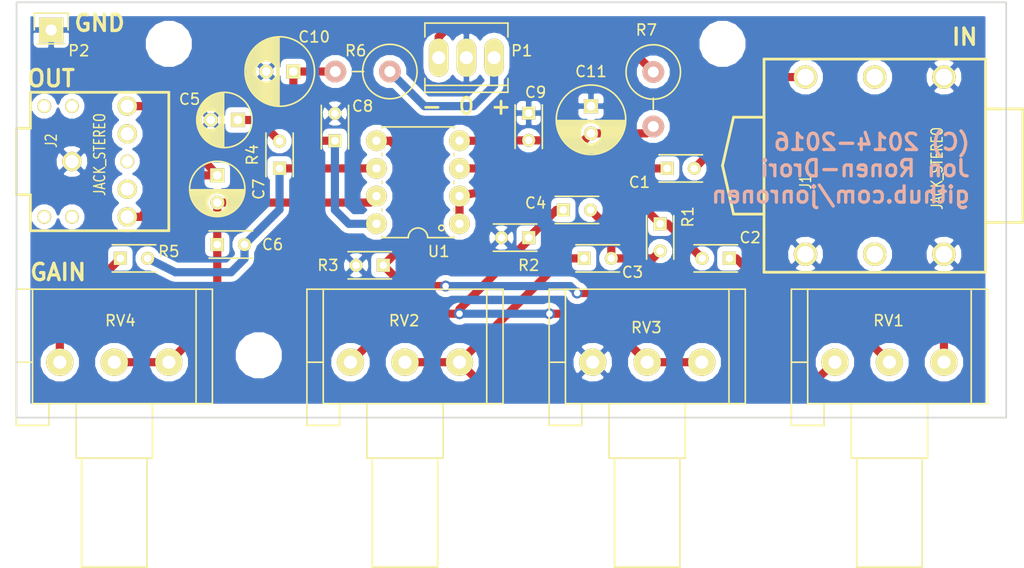
<source format=kicad_pcb>
(kicad_pcb (version 4) (host pcbnew 4.0.2+e4-6225~38~ubuntu14.04.1-stable)

  (general
    (links 49)
    (no_connects 0)
    (area 116.09 92.5 211.066001 147.011081)
    (thickness 1.6)
    (drawings 12)
    (tracks 95)
    (zones 0)
    (modules 30)
    (nets 22)
  )

  (page A4)
  (layers
    (0 F.Cu signal)
    (31 B.Cu signal)
    (32 B.Adhes user)
    (33 F.Adhes user)
    (34 B.Paste user)
    (35 F.Paste user)
    (36 B.SilkS user)
    (37 F.SilkS user)
    (38 B.Mask user)
    (39 F.Mask user)
    (40 Dwgs.User user)
    (41 Cmts.User user)
    (42 Eco1.User user)
    (43 Eco2.User user)
    (44 Edge.Cuts user)
    (45 Margin user)
    (46 B.CrtYd user)
    (47 F.CrtYd user)
    (48 B.Fab user)
    (49 F.Fab user)
  )

  (setup
    (last_trace_width 0.75)
    (trace_clearance 0.5)
    (zone_clearance 0.508)
    (zone_45_only no)
    (trace_min 0.2)
    (segment_width 0.2)
    (edge_width 0.15)
    (via_size 1)
    (via_drill 0.6)
    (via_min_size 0.4)
    (via_min_drill 0.3)
    (uvia_size 0.3)
    (uvia_drill 0.1)
    (uvias_allowed no)
    (uvia_min_size 0.2)
    (uvia_min_drill 0.1)
    (pcb_text_width 0.3)
    (pcb_text_size 1.5 1.5)
    (mod_edge_width 0.15)
    (mod_text_size 1 1)
    (mod_text_width 0.15)
    (pad_size 1.524 1.524)
    (pad_drill 0.762)
    (pad_to_mask_clearance 0.2)
    (aux_axis_origin 0 0)
    (grid_origin 207.01 136.525)
    (visible_elements FFFFFF7F)
    (pcbplotparams
      (layerselection 0x00030_80000001)
      (usegerberextensions false)
      (excludeedgelayer true)
      (linewidth 0.100000)
      (plotframeref false)
      (viasonmask false)
      (mode 1)
      (useauxorigin false)
      (hpglpennumber 1)
      (hpglpenspeed 20)
      (hpglpendiameter 15)
      (hpglpenoverlay 2)
      (psnegative false)
      (psa4output false)
      (plotreference true)
      (plotvalue true)
      (plotinvisibletext false)
      (padsonsilk false)
      (subtractmaskfromsilk false)
      (outputformat 1)
      (mirror false)
      (drillshape 1)
      (scaleselection 1)
      (outputdirectory ""))
  )

  (net 0 "")
  (net 1 "Net-(C1-Pad1)")
  (net 2 "Net-(C1-Pad2)")
  (net 3 "Net-(C2-Pad1)")
  (net 4 "Net-(C2-Pad2)")
  (net 5 "Net-(C3-Pad1)")
  (net 6 "Net-(C3-Pad2)")
  (net 7 "Net-(C4-Pad1)")
  (net 8 GND)
  (net 9 "Net-(C6-Pad1)")
  (net 10 "Net-(C6-Pad2)")
  (net 11 "Net-(C7-Pad1)")
  (net 12 +12V)
  (net 13 -12V)
  (net 14 "Net-(J1-Pad3)")
  (net 15 "Net-(J2-Pad4)")
  (net 16 "Net-(J2-Pad5)")
  (net 17 "Net-(P1-Pad1)")
  (net 18 "Net-(P1-Pad3)")
  (net 19 "Net-(R3-Pad1)")
  (net 20 "Net-(R5-Pad1)")
  (net 21 "Net-(C5-Pad1)")

  (net_class Default "This is the default net class."
    (clearance 0.5)
    (trace_width 0.75)
    (via_dia 1)
    (via_drill 0.6)
    (uvia_dia 0.3)
    (uvia_drill 0.1)
    (add_net +12V)
    (add_net -12V)
    (add_net GND)
    (add_net "Net-(C1-Pad1)")
    (add_net "Net-(C1-Pad2)")
    (add_net "Net-(C2-Pad1)")
    (add_net "Net-(C2-Pad2)")
    (add_net "Net-(C3-Pad1)")
    (add_net "Net-(C3-Pad2)")
    (add_net "Net-(C4-Pad1)")
    (add_net "Net-(C5-Pad1)")
    (add_net "Net-(C6-Pad1)")
    (add_net "Net-(C6-Pad2)")
    (add_net "Net-(C7-Pad1)")
    (add_net "Net-(J1-Pad3)")
    (add_net "Net-(J2-Pad4)")
    (add_net "Net-(J2-Pad5)")
    (add_net "Net-(P1-Pad1)")
    (add_net "Net-(P1-Pad3)")
    (add_net "Net-(R3-Pad1)")
    (add_net "Net-(R5-Pad1)")
  )

  (module Mounting_Holes:MountingHole_3.2mm_M3 (layer F.Cu) (tedit 573315C4) (tstamp 573317EE)
    (at 182.88 98.425)
    (descr "Mounting Hole 3.2mm, no annular, M3")
    (tags "mounting hole 3.2mm no annular m3")
    (fp_text reference REF** (at 0 -4.2) (layer F.SilkS) hide
      (effects (font (size 1 1) (thickness 0.15)))
    )
    (fp_text value MountingHole_3.2mm_M3 (at 0 4.2) (layer F.Fab) hide
      (effects (font (size 1 1) (thickness 0.15)))
    )
    (fp_circle (center 0 0) (end 3.2 0) (layer Cmts.User) (width 0.15))
    (fp_circle (center 0 0) (end 3.45 0) (layer F.CrtYd) (width 0.05))
    (pad 1 np_thru_hole circle (at 0 0) (size 3.2 3.2) (drill 3.2) (layers *.Cu *.Mask F.SilkS))
  )

  (module Mounting_Holes:MountingHole_3.2mm_M3 (layer F.Cu) (tedit 573315C4) (tstamp 573317E7)
    (at 132.08 98.425)
    (descr "Mounting Hole 3.2mm, no annular, M3")
    (tags "mounting hole 3.2mm no annular m3")
    (fp_text reference REF** (at 0 -4.2) (layer F.SilkS) hide
      (effects (font (size 1 1) (thickness 0.15)))
    )
    (fp_text value MountingHole_3.2mm_M3 (at 0 4.2) (layer F.Fab) hide
      (effects (font (size 1 1) (thickness 0.15)))
    )
    (fp_circle (center 0 0) (end 3.2 0) (layer Cmts.User) (width 0.15))
    (fp_circle (center 0 0) (end 3.45 0) (layer F.CrtYd) (width 0.05))
    (pad 1 np_thru_hole circle (at 0 0) (size 3.2 3.2) (drill 3.2) (layers *.Cu *.Mask F.SilkS))
  )

  (module Capacitors_ThroughHole:C_Rect_L4_W2.5_P2.5 (layer F.Cu) (tedit 56FD89B6) (tstamp 56FD82A7)
    (at 177.8 109.855)
    (descr "Film Capacitor Length 4mm x Width 2.5mm, Pitch 2.5mm")
    (tags Capacitor)
    (path /56FD794D)
    (fp_text reference C1 (at -2.54 1.27) (layer F.SilkS)
      (effects (font (size 1 1) (thickness 0.15)))
    )
    (fp_text value 470nF (at 1.25 2.5) (layer F.Fab)
      (effects (font (size 1 1) (thickness 0.15)))
    )
    (fp_line (start -1 -1.5) (end 3.5 -1.5) (layer F.CrtYd) (width 0.05))
    (fp_line (start 3.5 -1.5) (end 3.5 1.5) (layer F.CrtYd) (width 0.05))
    (fp_line (start 3.5 1.5) (end -1 1.5) (layer F.CrtYd) (width 0.05))
    (fp_line (start -1 1.5) (end -1 -1.5) (layer F.CrtYd) (width 0.05))
    (fp_line (start -0.75 -1.25) (end 3.25 -1.25) (layer F.SilkS) (width 0.15))
    (fp_line (start -0.75 1.25) (end 3.25 1.25) (layer F.SilkS) (width 0.15))
    (pad 1 thru_hole rect (at 0 0) (size 1.2 1.2) (drill 0.7) (layers *.Cu *.Mask F.SilkS)
      (net 1 "Net-(C1-Pad1)"))
    (pad 2 thru_hole circle (at 2.5 0) (size 1.2 1.2) (drill 0.7) (layers *.Cu *.Mask F.SilkS)
      (net 2 "Net-(C1-Pad2)"))
  )

  (module Capacitors_ThroughHole:C_Rect_L4_W2.5_P2.5 (layer F.Cu) (tedit 5733119E) (tstamp 56FD82AD)
    (at 183.515 118.11 180)
    (descr "Film Capacitor Length 4mm x Width 2.5mm, Pitch 2.5mm")
    (tags Capacitor)
    (path /56FD7D3A)
    (fp_text reference C2 (at -1.905 1.905 180) (layer F.SilkS)
      (effects (font (size 1 1) (thickness 0.15)))
    )
    (fp_text value 470pF (at 1.25 2.5 180) (layer F.Fab)
      (effects (font (size 1 1) (thickness 0.15)))
    )
    (fp_line (start -1 -1.5) (end 3.5 -1.5) (layer F.CrtYd) (width 0.05))
    (fp_line (start 3.5 -1.5) (end 3.5 1.5) (layer F.CrtYd) (width 0.05))
    (fp_line (start 3.5 1.5) (end -1 1.5) (layer F.CrtYd) (width 0.05))
    (fp_line (start -1 1.5) (end -1 -1.5) (layer F.CrtYd) (width 0.05))
    (fp_line (start -0.75 -1.25) (end 3.25 -1.25) (layer F.SilkS) (width 0.15))
    (fp_line (start -0.75 1.25) (end 3.25 1.25) (layer F.SilkS) (width 0.15))
    (pad 1 thru_hole rect (at 0 0 180) (size 1.2 1.2) (drill 0.7) (layers *.Cu *.Mask F.SilkS)
      (net 3 "Net-(C2-Pad1)"))
    (pad 2 thru_hole circle (at 2.5 0 180) (size 1.2 1.2) (drill 0.7) (layers *.Cu *.Mask F.SilkS)
      (net 4 "Net-(C2-Pad2)"))
  )

  (module Capacitors_ThroughHole:C_Rect_L4_W2.5_P2.5 (layer F.Cu) (tedit 57331195) (tstamp 56FD82B3)
    (at 170.18 118.11)
    (descr "Film Capacitor Length 4mm x Width 2.5mm, Pitch 2.5mm")
    (tags Capacitor)
    (path /56FD82A9)
    (fp_text reference C3 (at 4.445 1.27) (layer F.SilkS)
      (effects (font (size 1 1) (thickness 0.15)))
    )
    (fp_text value 470nF (at 1.25 2.5) (layer F.Fab)
      (effects (font (size 1 1) (thickness 0.15)))
    )
    (fp_line (start -1 -1.5) (end 3.5 -1.5) (layer F.CrtYd) (width 0.05))
    (fp_line (start 3.5 -1.5) (end 3.5 1.5) (layer F.CrtYd) (width 0.05))
    (fp_line (start 3.5 1.5) (end -1 1.5) (layer F.CrtYd) (width 0.05))
    (fp_line (start -1 1.5) (end -1 -1.5) (layer F.CrtYd) (width 0.05))
    (fp_line (start -0.75 -1.25) (end 3.25 -1.25) (layer F.SilkS) (width 0.15))
    (fp_line (start -0.75 1.25) (end 3.25 1.25) (layer F.SilkS) (width 0.15))
    (pad 1 thru_hole rect (at 0 0) (size 1.2 1.2) (drill 0.7) (layers *.Cu *.Mask F.SilkS)
      (net 5 "Net-(C3-Pad1)"))
    (pad 2 thru_hole circle (at 2.5 0) (size 1.2 1.2) (drill 0.7) (layers *.Cu *.Mask F.SilkS)
      (net 6 "Net-(C3-Pad2)"))
  )

  (module Capacitors_ThroughHole:C_Rect_L4_W2.5_P2.5 (layer F.Cu) (tedit 573311A9) (tstamp 56FD82B9)
    (at 168.275 113.665)
    (descr "Film Capacitor Length 4mm x Width 2.5mm, Pitch 2.5mm")
    (tags Capacitor)
    (path /56FD8300)
    (fp_text reference C4 (at -2.54 -0.635) (layer F.SilkS)
      (effects (font (size 1 1) (thickness 0.15)))
    )
    (fp_text value 220nF (at 1.25 2.5) (layer F.Fab)
      (effects (font (size 1 1) (thickness 0.15)))
    )
    (fp_line (start -1 -1.5) (end 3.5 -1.5) (layer F.CrtYd) (width 0.05))
    (fp_line (start 3.5 -1.5) (end 3.5 1.5) (layer F.CrtYd) (width 0.05))
    (fp_line (start 3.5 1.5) (end -1 1.5) (layer F.CrtYd) (width 0.05))
    (fp_line (start -1 1.5) (end -1 -1.5) (layer F.CrtYd) (width 0.05))
    (fp_line (start -0.75 -1.25) (end 3.25 -1.25) (layer F.SilkS) (width 0.15))
    (fp_line (start -0.75 1.25) (end 3.25 1.25) (layer F.SilkS) (width 0.15))
    (pad 1 thru_hole rect (at 0 0) (size 1.2 1.2) (drill 0.7) (layers *.Cu *.Mask F.SilkS)
      (net 7 "Net-(C4-Pad1)"))
    (pad 2 thru_hole circle (at 2.5 0) (size 1.2 1.2) (drill 0.7) (layers *.Cu *.Mask F.SilkS)
      (net 6 "Net-(C3-Pad2)"))
  )

  (module Capacitors_ThroughHole:C_Rect_L4_W2.5_P2.5 (layer F.Cu) (tedit 5733085E) (tstamp 56FD82C5)
    (at 136.525 116.84)
    (descr "Film Capacitor Length 4mm x Width 2.5mm, Pitch 2.5mm")
    (tags Capacitor)
    (path /56FDA145)
    (fp_text reference C6 (at 5.08 0 180) (layer F.SilkS)
      (effects (font (size 1 1) (thickness 0.15)))
    )
    (fp_text value "47pF (optional)" (at 1.25 2.5) (layer F.Fab)
      (effects (font (size 1 1) (thickness 0.15)))
    )
    (fp_line (start -1 -1.5) (end 3.5 -1.5) (layer F.CrtYd) (width 0.05))
    (fp_line (start 3.5 -1.5) (end 3.5 1.5) (layer F.CrtYd) (width 0.05))
    (fp_line (start 3.5 1.5) (end -1 1.5) (layer F.CrtYd) (width 0.05))
    (fp_line (start -1 1.5) (end -1 -1.5) (layer F.CrtYd) (width 0.05))
    (fp_line (start -0.75 -1.25) (end 3.25 -1.25) (layer F.SilkS) (width 0.15))
    (fp_line (start -0.75 1.25) (end 3.25 1.25) (layer F.SilkS) (width 0.15))
    (pad 1 thru_hole rect (at 0 0) (size 1.2 1.2) (drill 0.7) (layers *.Cu *.Mask F.SilkS)
      (net 9 "Net-(C6-Pad1)"))
    (pad 2 thru_hole circle (at 2.5 0) (size 1.2 1.2) (drill 0.7) (layers *.Cu *.Mask F.SilkS)
      (net 10 "Net-(C6-Pad2)"))
  )

  (module Capacitors_ThroughHole:C_Rect_L4_W2.5_P2.5 (layer F.Cu) (tedit 5733116F) (tstamp 56FD82D1)
    (at 147.32 107.315 90)
    (descr "Film Capacitor Length 4mm x Width 2.5mm, Pitch 2.5mm")
    (tags Capacitor)
    (path /56FD6F81)
    (fp_text reference C8 (at 3.175 2.54 180) (layer F.SilkS)
      (effects (font (size 1 1) (thickness 0.15)))
    )
    (fp_text value 100nF (at 0 3.175 90) (layer F.Fab)
      (effects (font (size 1 1) (thickness 0.15)))
    )
    (fp_line (start -1 -1.5) (end 3.5 -1.5) (layer F.CrtYd) (width 0.05))
    (fp_line (start 3.5 -1.5) (end 3.5 1.5) (layer F.CrtYd) (width 0.05))
    (fp_line (start 3.5 1.5) (end -1 1.5) (layer F.CrtYd) (width 0.05))
    (fp_line (start -1 1.5) (end -1 -1.5) (layer F.CrtYd) (width 0.05))
    (fp_line (start -0.75 -1.25) (end 3.25 -1.25) (layer F.SilkS) (width 0.15))
    (fp_line (start -0.75 1.25) (end 3.25 1.25) (layer F.SilkS) (width 0.15))
    (pad 1 thru_hole rect (at 0 0 90) (size 1.2 1.2) (drill 0.7) (layers *.Cu *.Mask F.SilkS)
      (net 12 +12V))
    (pad 2 thru_hole circle (at 2.5 0 90) (size 1.2 1.2) (drill 0.7) (layers *.Cu *.Mask F.SilkS)
      (net 8 GND))
  )

  (module Capacitors_ThroughHole:C_Rect_L4_W2.5_P2.5 (layer F.Cu) (tedit 573311C4) (tstamp 56FD82D7)
    (at 165.1 104.775 270)
    (descr "Film Capacitor Length 4mm x Width 2.5mm, Pitch 2.5mm")
    (tags Capacitor)
    (path /56FD6FAC)
    (fp_text reference C9 (at -1.905 -0.635 360) (layer F.SilkS)
      (effects (font (size 1 1) (thickness 0.15)))
    )
    (fp_text value 100nF (at -3.81 -1.905 270) (layer F.Fab)
      (effects (font (size 1 1) (thickness 0.15)))
    )
    (fp_line (start -1 -1.5) (end 3.5 -1.5) (layer F.CrtYd) (width 0.05))
    (fp_line (start 3.5 -1.5) (end 3.5 1.5) (layer F.CrtYd) (width 0.05))
    (fp_line (start 3.5 1.5) (end -1 1.5) (layer F.CrtYd) (width 0.05))
    (fp_line (start -1 1.5) (end -1 -1.5) (layer F.CrtYd) (width 0.05))
    (fp_line (start -0.75 -1.25) (end 3.25 -1.25) (layer F.SilkS) (width 0.15))
    (fp_line (start -0.75 1.25) (end 3.25 1.25) (layer F.SilkS) (width 0.15))
    (pad 1 thru_hole rect (at 0 0 270) (size 1.2 1.2) (drill 0.7) (layers *.Cu *.Mask F.SilkS)
      (net 8 GND))
    (pad 2 thru_hole circle (at 2.5 0 270) (size 1.2 1.2) (drill 0.7) (layers *.Cu *.Mask F.SilkS)
      (net 13 -12V))
  )

  (module Capacitors_ThroughHole:C_Radial_D6.3_L11.2_P2.5 (layer F.Cu) (tedit 5733131B) (tstamp 56FD82DD)
    (at 143.51 100.965 180)
    (descr "Radial Electrolytic Capacitor, Diameter 6.3mm x Length 11.2mm, Pitch 2.5mm")
    (tags "Electrolytic Capacitor")
    (path /56FD6EF0)
    (fp_text reference C10 (at -1.905 3.175 360) (layer F.SilkS)
      (effects (font (size 1 1) (thickness 0.15)))
    )
    (fp_text value 100uF (at 1.25 4.4 180) (layer F.Fab)
      (effects (font (size 1 1) (thickness 0.15)))
    )
    (fp_line (start 1.325 -3.149) (end 1.325 3.149) (layer F.SilkS) (width 0.15))
    (fp_line (start 1.465 -3.143) (end 1.465 3.143) (layer F.SilkS) (width 0.15))
    (fp_line (start 1.605 -3.13) (end 1.605 -0.446) (layer F.SilkS) (width 0.15))
    (fp_line (start 1.605 0.446) (end 1.605 3.13) (layer F.SilkS) (width 0.15))
    (fp_line (start 1.745 -3.111) (end 1.745 -0.656) (layer F.SilkS) (width 0.15))
    (fp_line (start 1.745 0.656) (end 1.745 3.111) (layer F.SilkS) (width 0.15))
    (fp_line (start 1.885 -3.085) (end 1.885 -0.789) (layer F.SilkS) (width 0.15))
    (fp_line (start 1.885 0.789) (end 1.885 3.085) (layer F.SilkS) (width 0.15))
    (fp_line (start 2.025 -3.053) (end 2.025 -0.88) (layer F.SilkS) (width 0.15))
    (fp_line (start 2.025 0.88) (end 2.025 3.053) (layer F.SilkS) (width 0.15))
    (fp_line (start 2.165 -3.014) (end 2.165 -0.942) (layer F.SilkS) (width 0.15))
    (fp_line (start 2.165 0.942) (end 2.165 3.014) (layer F.SilkS) (width 0.15))
    (fp_line (start 2.305 -2.968) (end 2.305 -0.981) (layer F.SilkS) (width 0.15))
    (fp_line (start 2.305 0.981) (end 2.305 2.968) (layer F.SilkS) (width 0.15))
    (fp_line (start 2.445 -2.915) (end 2.445 -0.998) (layer F.SilkS) (width 0.15))
    (fp_line (start 2.445 0.998) (end 2.445 2.915) (layer F.SilkS) (width 0.15))
    (fp_line (start 2.585 -2.853) (end 2.585 -0.996) (layer F.SilkS) (width 0.15))
    (fp_line (start 2.585 0.996) (end 2.585 2.853) (layer F.SilkS) (width 0.15))
    (fp_line (start 2.725 -2.783) (end 2.725 -0.974) (layer F.SilkS) (width 0.15))
    (fp_line (start 2.725 0.974) (end 2.725 2.783) (layer F.SilkS) (width 0.15))
    (fp_line (start 2.865 -2.704) (end 2.865 -0.931) (layer F.SilkS) (width 0.15))
    (fp_line (start 2.865 0.931) (end 2.865 2.704) (layer F.SilkS) (width 0.15))
    (fp_line (start 3.005 -2.616) (end 3.005 -0.863) (layer F.SilkS) (width 0.15))
    (fp_line (start 3.005 0.863) (end 3.005 2.616) (layer F.SilkS) (width 0.15))
    (fp_line (start 3.145 -2.516) (end 3.145 -0.764) (layer F.SilkS) (width 0.15))
    (fp_line (start 3.145 0.764) (end 3.145 2.516) (layer F.SilkS) (width 0.15))
    (fp_line (start 3.285 -2.404) (end 3.285 -0.619) (layer F.SilkS) (width 0.15))
    (fp_line (start 3.285 0.619) (end 3.285 2.404) (layer F.SilkS) (width 0.15))
    (fp_line (start 3.425 -2.279) (end 3.425 -0.38) (layer F.SilkS) (width 0.15))
    (fp_line (start 3.425 0.38) (end 3.425 2.279) (layer F.SilkS) (width 0.15))
    (fp_line (start 3.565 -2.136) (end 3.565 2.136) (layer F.SilkS) (width 0.15))
    (fp_line (start 3.705 -1.974) (end 3.705 1.974) (layer F.SilkS) (width 0.15))
    (fp_line (start 3.845 -1.786) (end 3.845 1.786) (layer F.SilkS) (width 0.15))
    (fp_line (start 3.985 -1.563) (end 3.985 1.563) (layer F.SilkS) (width 0.15))
    (fp_line (start 4.125 -1.287) (end 4.125 1.287) (layer F.SilkS) (width 0.15))
    (fp_line (start 4.265 -0.912) (end 4.265 0.912) (layer F.SilkS) (width 0.15))
    (fp_circle (center 2.5 0) (end 2.5 -1) (layer F.SilkS) (width 0.15))
    (fp_circle (center 1.25 0) (end 1.25 -3.1875) (layer F.SilkS) (width 0.15))
    (fp_circle (center 1.25 0) (end 1.25 -3.4) (layer F.CrtYd) (width 0.05))
    (pad 2 thru_hole circle (at 2.5 0 180) (size 1.3 1.3) (drill 0.8) (layers *.Cu *.Mask F.SilkS)
      (net 8 GND))
    (pad 1 thru_hole rect (at 0 0 180) (size 1.3 1.3) (drill 0.8) (layers *.Cu *.Mask F.SilkS)
      (net 12 +12V))
    (model Capacitors_ThroughHole.3dshapes/C_Radial_D6.3_L11.2_P2.5.wrl
      (at (xyz 0 0 0))
      (scale (xyz 1 1 1))
      (rotate (xyz 0 0 0))
    )
  )

  (module Capacitors_ThroughHole:C_Radial_D6.3_L11.2_P2.5 (layer F.Cu) (tedit 573311B6) (tstamp 56FD82E3)
    (at 170.815 104.14 270)
    (descr "Radial Electrolytic Capacitor, Diameter 6.3mm x Length 11.2mm, Pitch 2.5mm")
    (tags "Electrolytic Capacitor")
    (path /56FD6F3D)
    (fp_text reference C11 (at -3.175 0 360) (layer F.SilkS)
      (effects (font (size 1 1) (thickness 0.15)))
    )
    (fp_text value 100uF (at 1.25 4.4 270) (layer F.Fab)
      (effects (font (size 1 1) (thickness 0.15)))
    )
    (fp_line (start 1.325 -3.149) (end 1.325 3.149) (layer F.SilkS) (width 0.15))
    (fp_line (start 1.465 -3.143) (end 1.465 3.143) (layer F.SilkS) (width 0.15))
    (fp_line (start 1.605 -3.13) (end 1.605 -0.446) (layer F.SilkS) (width 0.15))
    (fp_line (start 1.605 0.446) (end 1.605 3.13) (layer F.SilkS) (width 0.15))
    (fp_line (start 1.745 -3.111) (end 1.745 -0.656) (layer F.SilkS) (width 0.15))
    (fp_line (start 1.745 0.656) (end 1.745 3.111) (layer F.SilkS) (width 0.15))
    (fp_line (start 1.885 -3.085) (end 1.885 -0.789) (layer F.SilkS) (width 0.15))
    (fp_line (start 1.885 0.789) (end 1.885 3.085) (layer F.SilkS) (width 0.15))
    (fp_line (start 2.025 -3.053) (end 2.025 -0.88) (layer F.SilkS) (width 0.15))
    (fp_line (start 2.025 0.88) (end 2.025 3.053) (layer F.SilkS) (width 0.15))
    (fp_line (start 2.165 -3.014) (end 2.165 -0.942) (layer F.SilkS) (width 0.15))
    (fp_line (start 2.165 0.942) (end 2.165 3.014) (layer F.SilkS) (width 0.15))
    (fp_line (start 2.305 -2.968) (end 2.305 -0.981) (layer F.SilkS) (width 0.15))
    (fp_line (start 2.305 0.981) (end 2.305 2.968) (layer F.SilkS) (width 0.15))
    (fp_line (start 2.445 -2.915) (end 2.445 -0.998) (layer F.SilkS) (width 0.15))
    (fp_line (start 2.445 0.998) (end 2.445 2.915) (layer F.SilkS) (width 0.15))
    (fp_line (start 2.585 -2.853) (end 2.585 -0.996) (layer F.SilkS) (width 0.15))
    (fp_line (start 2.585 0.996) (end 2.585 2.853) (layer F.SilkS) (width 0.15))
    (fp_line (start 2.725 -2.783) (end 2.725 -0.974) (layer F.SilkS) (width 0.15))
    (fp_line (start 2.725 0.974) (end 2.725 2.783) (layer F.SilkS) (width 0.15))
    (fp_line (start 2.865 -2.704) (end 2.865 -0.931) (layer F.SilkS) (width 0.15))
    (fp_line (start 2.865 0.931) (end 2.865 2.704) (layer F.SilkS) (width 0.15))
    (fp_line (start 3.005 -2.616) (end 3.005 -0.863) (layer F.SilkS) (width 0.15))
    (fp_line (start 3.005 0.863) (end 3.005 2.616) (layer F.SilkS) (width 0.15))
    (fp_line (start 3.145 -2.516) (end 3.145 -0.764) (layer F.SilkS) (width 0.15))
    (fp_line (start 3.145 0.764) (end 3.145 2.516) (layer F.SilkS) (width 0.15))
    (fp_line (start 3.285 -2.404) (end 3.285 -0.619) (layer F.SilkS) (width 0.15))
    (fp_line (start 3.285 0.619) (end 3.285 2.404) (layer F.SilkS) (width 0.15))
    (fp_line (start 3.425 -2.279) (end 3.425 -0.38) (layer F.SilkS) (width 0.15))
    (fp_line (start 3.425 0.38) (end 3.425 2.279) (layer F.SilkS) (width 0.15))
    (fp_line (start 3.565 -2.136) (end 3.565 2.136) (layer F.SilkS) (width 0.15))
    (fp_line (start 3.705 -1.974) (end 3.705 1.974) (layer F.SilkS) (width 0.15))
    (fp_line (start 3.845 -1.786) (end 3.845 1.786) (layer F.SilkS) (width 0.15))
    (fp_line (start 3.985 -1.563) (end 3.985 1.563) (layer F.SilkS) (width 0.15))
    (fp_line (start 4.125 -1.287) (end 4.125 1.287) (layer F.SilkS) (width 0.15))
    (fp_line (start 4.265 -0.912) (end 4.265 0.912) (layer F.SilkS) (width 0.15))
    (fp_circle (center 2.5 0) (end 2.5 -1) (layer F.SilkS) (width 0.15))
    (fp_circle (center 1.25 0) (end 1.25 -3.1875) (layer F.SilkS) (width 0.15))
    (fp_circle (center 1.25 0) (end 1.25 -3.4) (layer F.CrtYd) (width 0.05))
    (pad 2 thru_hole circle (at 2.5 0 270) (size 1.3 1.3) (drill 0.8) (layers *.Cu *.Mask F.SilkS)
      (net 13 -12V))
    (pad 1 thru_hole rect (at 0 0 270) (size 1.3 1.3) (drill 0.8) (layers *.Cu *.Mask F.SilkS)
      (net 8 GND))
    (model Capacitors_ThroughHole.3dshapes/C_Radial_D6.3_L11.2_P2.5.wrl
      (at (xyz 0 0 0))
      (scale (xyz 1 1 1))
      (rotate (xyz 0 0 0))
    )
  )

  (module My_Shit:audio_635mm_stereo_input (layer F.Cu) (tedit 56FD8A7D) (tstamp 56FD82F8)
    (at 196.85 109.855 180)
    (descr "stereo audio 6.35mm input")
    (path /56FD74AB)
    (fp_text reference J1 (at 6.35 -1.27 270) (layer F.SilkS)
      (effects (font (size 1.016 0.762) (thickness 0.127)))
    )
    (fp_text value JACK_STEREO (at -5.715 0 270) (layer F.SilkS)
      (effects (font (size 1.016 0.762) (thickness 0.127)))
    )
    (fp_line (start -10.16 -9.525) (end -10.16 10.033) (layer F.SilkS) (width 0.254))
    (fp_line (start -10.16 -4.953) (end -13.589 -4.953) (layer F.SilkS) (width 0.254))
    (fp_line (start -13.589 -4.953) (end -13.589 5.461) (layer F.SilkS) (width 0.254))
    (fp_line (start -13.589 5.461) (end -10.16 5.461) (layer F.SilkS) (width 0.254))
    (fp_line (start -10.16 10.033) (end 10.16 10.033) (layer F.SilkS) (width 0.254))
    (fp_line (start 10.16 10.033) (end 10.16 -9.525) (layer F.SilkS) (width 0.254))
    (fp_line (start 10.16 4.699) (end 12.954 4.699) (layer F.SilkS) (width 0.254))
    (fp_line (start 12.954 4.699) (end 13.97 0.254) (layer F.SilkS) (width 0.254))
    (fp_line (start 13.97 0.254) (end 12.954 -4.191) (layer F.SilkS) (width 0.254))
    (fp_line (start 12.954 -4.191) (end 10.16 -4.191) (layer F.SilkS) (width 0.254))
    (fp_line (start 10.16 -9.525) (end -10.16 -9.525) (layer F.SilkS) (width 0.254))
    (pad 1 thru_hole circle (at -6.35 8.382 180) (size 2.159 2.159) (drill 1.524) (layers *.Cu *.Mask F.SilkS)
      (net 8 GND))
    (pad 2 thru_hole circle (at 6.35 8.382 180) (size 2.159 2.159) (drill 1.524) (layers *.Cu *.Mask F.SilkS)
      (net 2 "Net-(C1-Pad2)"))
    (pad 3 thru_hole circle (at 0 8.382 180) (size 2.159 2.159) (drill 1.524) (layers *.Cu *.Mask F.SilkS)
      (net 14 "Net-(J1-Pad3)"))
    (pad 4 thru_hole circle (at -6.35 -7.874 180) (size 2.159 2.159) (drill 1.524) (layers *.Cu *.Mask F.SilkS)
      (net 8 GND))
    (pad 5 thru_hole circle (at 6.35 -7.874 180) (size 2.159 2.159) (drill 1.524) (layers *.Cu *.Mask F.SilkS)
      (net 8 GND))
    (pad 6 thru_hole circle (at 0 -7.874 180) (size 2.159 2.159) (drill 1.524) (layers *.Cu *.Mask F.SilkS))
  )

  (module My_Shit:AUDIO_STEREO_CONN (layer F.Cu) (tedit 56FD8A29) (tstamp 56FD8306)
    (at 116.84 102.87)
    (descr "stereo audio 3.5mm input")
    (path /56FD7558)
    (fp_text reference J2 (at 4.445 4.445 90) (layer F.SilkS)
      (effects (font (size 1.016 0.762) (thickness 0.127)))
    )
    (fp_text value JACK_STEREO (at 8.89 5.715 90) (layer F.SilkS)
      (effects (font (size 1.016 0.762) (thickness 0.127)))
    )
    (fp_line (start 2.54 0) (end 2.54 3.302) (layer F.SilkS) (width 0.254))
    (fp_line (start 2.54 3.302) (end 1.27 3.302) (layer F.SilkS) (width 0.254))
    (fp_line (start 1.27 3.302) (end 1.27 9.398) (layer F.SilkS) (width 0.254))
    (fp_line (start 1.27 9.398) (end 2.54 9.398) (layer F.SilkS) (width 0.254))
    (fp_line (start 2.54 9.398) (end 2.54 12.7) (layer F.SilkS) (width 0.254))
    (fp_line (start 2.54 12.7) (end 15.24 12.7) (layer F.SilkS) (width 0.254))
    (fp_line (start 15.24 12.7) (end 15.24 0) (layer F.SilkS) (width 0.254))
    (fp_line (start 15.24 0) (end 2.54 0) (layer F.SilkS) (width 0.254))
    (pad 1 thru_hole circle (at 6.35 6.35) (size 1.778 1.778) (drill 1.2192) (layers *.Cu *.Mask F.SilkS)
      (net 8 GND))
    (pad 2 thru_hole circle (at 11.43 11.43) (size 1.778 1.778) (drill 1.2192) (layers *.Cu *.Mask F.SilkS)
      (net 11 "Net-(C7-Pad1)"))
    (pad 3 thru_hole circle (at 11.43 1.27) (size 1.778 1.778) (drill 1.2192) (layers *.Cu *.Mask F.SilkS)
      (net 11 "Net-(C7-Pad1)"))
    (pad 4 thru_hole circle (at 11.43 8.89) (size 1.778 1.778) (drill 1.2192) (layers *.Cu *.Mask F.SilkS)
      (net 15 "Net-(J2-Pad4)"))
    (pad 5 thru_hole circle (at 11.43 3.81) (size 1.778 1.778) (drill 1.2192) (layers *.Cu *.Mask F.SilkS)
      (net 16 "Net-(J2-Pad5)"))
    (pad a1 thru_hole circle (at 6.35 1.27) (size 1.27 1.27) (drill 0.9652) (layers *.Cu *.Mask F.SilkS))
    (pad a2 thru_hole circle (at 6.35 11.43) (size 1.27 1.27) (drill 0.9652) (layers *.Cu *.Mask F.SilkS))
    (pad a3 thru_hole circle (at 3.81 1.27) (size 1.27 1.27) (drill 0.9652) (layers *.Cu *.Mask F.SilkS))
    (pad a4 thru_hole circle (at 3.81 11.43) (size 1.27 1.27) (drill 0.9652) (layers *.Cu *.Mask F.SilkS))
    (pad a5 thru_hole circle (at 11.43 6.35) (size 1.27 1.27) (drill 0.9652) (layers *.Cu *.Mask F.SilkS))
  )

  (module Sockets_MOLEX_KK-System:Socket_MOLEX-KK-RM2-54mm_Lock_3pin_straight (layer F.Cu) (tedit 573313EA) (tstamp 56FD830D)
    (at 159.385 99.695 180)
    (descr "Socket, MOLEX, KK, RM 2.54mm, Lock, 3pin, straight,")
    (tags "Socket, MOLEX, KK, RM 2.54mm, Lock, 3pin, straight,")
    (path /56FD6CA1)
    (fp_text reference P1 (at -5.08 0.635 360) (layer F.SilkS)
      (effects (font (size 1 1) (thickness 0.15)))
    )
    (fp_text value CONN_01X03 (at 2.54 4.445 180) (layer F.Fab)
      (effects (font (size 1 1) (thickness 0.15)))
    )
    (fp_line (start 3.81 -2.54) (end -3.81 -2.54) (layer F.SilkS) (width 0.15))
    (fp_line (start 3.81 1.905) (end 3.81 3.175) (layer F.SilkS) (width 0.15))
    (fp_line (start -3.81 -1.905) (end -3.81 -3.175) (layer F.SilkS) (width 0.15))
    (fp_line (start -3.81 -3.175) (end 3.81 -3.175) (layer F.SilkS) (width 0.15))
    (fp_line (start 3.81 -3.175) (end 3.81 -1.905) (layer F.SilkS) (width 0.15))
    (fp_line (start 3.81 3.175) (end -3.81 3.175) (layer F.SilkS) (width 0.15))
    (fp_line (start -3.81 3.175) (end -3.81 1.905) (layer F.SilkS) (width 0.15))
    (pad 1 thru_hole oval (at -2.54 0 180) (size 1.80086 3.50012) (drill 1.19888) (layers *.Cu *.Mask F.SilkS)
      (net 17 "Net-(P1-Pad1)"))
    (pad 2 thru_hole oval (at 0 0 180) (size 1.80086 3.50012) (drill 1.19888) (layers *.Cu *.Mask F.SilkS)
      (net 8 GND))
    (pad 3 thru_hole oval (at 2.54 0 180) (size 1.80086 3.50012) (drill 1.19888) (layers *.Cu *.Mask F.SilkS)
      (net 18 "Net-(P1-Pad3)"))
  )

  (module Pin_Headers:Pin_Header_Straight_1x01 (layer F.Cu) (tedit 573313E4) (tstamp 56FD831A)
    (at 121.285 97.155)
    (descr "Through hole pin header")
    (tags "pin header")
    (path /56FE470A)
    (fp_text reference P2 (at 2.54 1.905) (layer F.SilkS)
      (effects (font (size 1 1) (thickness 0.15)))
    )
    (fp_text value CONN_01X01 (at 1.905 2.54) (layer F.Fab)
      (effects (font (size 1 1) (thickness 0.15)))
    )
    (fp_line (start 1.55 -1.55) (end 1.55 0) (layer F.SilkS) (width 0.15))
    (fp_line (start -1.75 -1.75) (end -1.75 1.75) (layer F.CrtYd) (width 0.05))
    (fp_line (start 1.75 -1.75) (end 1.75 1.75) (layer F.CrtYd) (width 0.05))
    (fp_line (start -1.75 -1.75) (end 1.75 -1.75) (layer F.CrtYd) (width 0.05))
    (fp_line (start -1.75 1.75) (end 1.75 1.75) (layer F.CrtYd) (width 0.05))
    (fp_line (start -1.55 0) (end -1.55 -1.55) (layer F.SilkS) (width 0.15))
    (fp_line (start -1.55 -1.55) (end 1.55 -1.55) (layer F.SilkS) (width 0.15))
    (fp_line (start -1.27 1.27) (end 1.27 1.27) (layer F.SilkS) (width 0.15))
    (pad 1 thru_hole rect (at 0 0) (size 2.2352 2.2352) (drill 1.016) (layers *.Cu *.Mask F.SilkS)
      (net 8 GND))
    (model Pin_Headers.3dshapes/Pin_Header_Straight_1x01.wrl
      (at (xyz 0 0 0))
      (scale (xyz 1 1 1))
      (rotate (xyz 0 0 90))
    )
  )

  (module Resistors_ThroughHole:Resistor_Vertical_RM5mm (layer F.Cu) (tedit 57330E93) (tstamp 56FD833E)
    (at 149.86 100.965 180)
    (descr "Resistor, Vertical, RM 5mm, 1/3W,")
    (tags "Resistor, Vertical, RM 5mm, 1/3W,")
    (path /56FD6DCA)
    (fp_text reference R6 (at 0.635 1.905 180) (layer F.SilkS)
      (effects (font (size 1 1) (thickness 0.15)))
    )
    (fp_text value 10R (at 0 4.50088 180) (layer F.Fab)
      (effects (font (size 1 1) (thickness 0.15)))
    )
    (fp_line (start -0.09906 0) (end 0.9017 0) (layer F.SilkS) (width 0.15))
    (fp_circle (center -2.49936 0) (end 0 0) (layer F.SilkS) (width 0.15))
    (pad 1 thru_hole circle (at -2.49936 0 180) (size 1.99898 1.99898) (drill 1.00076) (layers *.Cu *.SilkS *.Mask)
      (net 17 "Net-(P1-Pad1)"))
    (pad 2 thru_hole circle (at 2.5019 0 180) (size 1.99898 1.99898) (drill 1.00076) (layers *.Cu *.SilkS *.Mask)
      (net 12 +12V))
  )

  (module Resistors_ThroughHole:Resistor_Vertical_RM5mm (layer F.Cu) (tedit 573314DD) (tstamp 56FD8344)
    (at 176.53 103.505 270)
    (descr "Resistor, Vertical, RM 5mm, 1/3W,")
    (tags "Resistor, Vertical, RM 5mm, 1/3W,")
    (path /56FD6E2D)
    (fp_text reference R7 (at -6.35 0.635 360) (layer F.SilkS)
      (effects (font (size 1 1) (thickness 0.15)))
    )
    (fp_text value 10R (at 0 4.50088 270) (layer F.Fab)
      (effects (font (size 1 1) (thickness 0.15)))
    )
    (fp_line (start -0.09906 0) (end 0.9017 0) (layer F.SilkS) (width 0.15))
    (fp_circle (center -2.49936 0) (end 0 0) (layer F.SilkS) (width 0.15))
    (pad 1 thru_hole circle (at -2.49936 0 270) (size 1.99898 1.99898) (drill 1.00076) (layers *.Cu *.SilkS *.Mask)
      (net 18 "Net-(P1-Pad3)"))
    (pad 2 thru_hole circle (at 2.5019 0 270) (size 1.99898 1.99898) (drill 1.00076) (layers *.Cu *.SilkS *.Mask)
      (net 13 -12V))
  )

  (module Potentiometers:Potentiometer_Alps-RK16-single (layer F.Cu) (tedit 56FD8A09) (tstamp 56FD834B)
    (at 203.2 127.635 270)
    (descr "Potentiometer, Alps, RK16, single, RevA, 30 July 2010,")
    (tags "Potentiometer, Alps, RK16, single, RevA, 30 July 2010,")
    (path /56FD8344)
    (fp_text reference RV1 (at -3.81 5.08 360) (layer F.SilkS)
      (effects (font (size 1 1) (thickness 0.15)))
    )
    (fp_text value 50K (at 0 16.43126 270) (layer F.Fab)
      (effects (font (size 1 1) (thickness 0.15)))
    )
    (fp_line (start 0 14.00048) (end -6.70052 14.00048) (layer F.SilkS) (width 0.15))
    (fp_line (start -6.70052 14.00048) (end -6.70052 12.40028) (layer F.SilkS) (width 0.15))
    (fp_line (start 3.79984 -2.49936) (end 3.79984 -3.99796) (layer F.SilkS) (width 0.15))
    (fp_line (start 3.79984 -3.99796) (end -6.70052 -3.99796) (layer F.SilkS) (width 0.15))
    (fp_line (start -6.70052 -3.99796) (end -6.70052 -2.49936) (layer F.SilkS) (width 0.15))
    (fp_line (start 3.79984 11.00074) (end 5.79882 11.00074) (layer F.SilkS) (width 0.15))
    (fp_line (start 5.79882 11.00074) (end 5.79882 14.00048) (layer F.SilkS) (width 0.15))
    (fp_line (start 5.79882 14.00048) (end 0 14.00048) (layer F.SilkS) (width 0.15))
    (fp_line (start 0 14.00048) (end 0 12.50188) (layer F.SilkS) (width 0.15))
    (fp_line (start 8.8011 2.00152) (end 18.80108 2.00152) (layer F.SilkS) (width 0.15))
    (fp_line (start 18.80108 2.00152) (end 18.80108 8.001) (layer F.SilkS) (width 0.15))
    (fp_line (start 18.80108 8.001) (end 8.8011 8.001) (layer F.SilkS) (width 0.15))
    (fp_line (start 3.79984 1.50114) (end 8.8011 1.50114) (layer F.SilkS) (width 0.15))
    (fp_line (start 8.8011 1.50114) (end 8.8011 8.50138) (layer F.SilkS) (width 0.15))
    (fp_line (start 8.8011 8.50138) (end 3.79984 8.50138) (layer F.SilkS) (width 0.15))
    (fp_line (start 3.79984 -2.49936) (end -6.70052 -2.49936) (layer F.SilkS) (width 0.15))
    (fp_line (start -6.70052 -2.49936) (end -6.70052 12.50188) (layer F.SilkS) (width 0.15))
    (fp_line (start -6.70052 12.50188) (end 3.79984 12.50188) (layer F.SilkS) (width 0.15))
    (fp_line (start 3.79984 12.50188) (end 3.79984 -2.49936) (layer F.SilkS) (width 0.15))
    (pad 2 thru_hole circle (at 0 5.00126 270) (size 2.49936 2.49936) (drill 1.19888) (layers *.Cu *.Mask F.SilkS)
      (net 19 "Net-(R3-Pad1)"))
    (pad 3 thru_hole circle (at 0 10.00252 270) (size 2.49936 2.49936) (drill 1.19888) (layers *.Cu *.Mask F.SilkS)
      (net 5 "Net-(C3-Pad1)"))
    (pad 1 thru_hole circle (at 0 0 270) (size 2.49936 2.49936) (drill 1.19888) (layers *.Cu *.Mask F.SilkS)
      (net 3 "Net-(C2-Pad1)"))
  )

  (module Potentiometers:Potentiometer_Alps-RK16-single (layer F.Cu) (tedit 573313D2) (tstamp 56FD8352)
    (at 158.75 127.635 270)
    (descr "Potentiometer, Alps, RK16, single, RevA, 30 July 2010,")
    (tags "Potentiometer, Alps, RK16, single, RevA, 30 July 2010,")
    (path /56FD84BB)
    (fp_text reference RV2 (at -3.81 5.08 360) (layer F.SilkS)
      (effects (font (size 1 1) (thickness 0.15)))
    )
    (fp_text value 50K (at -3.81 10.16 270) (layer F.Fab)
      (effects (font (size 1 1) (thickness 0.15)))
    )
    (fp_line (start 0 14.00048) (end -6.70052 14.00048) (layer F.SilkS) (width 0.15))
    (fp_line (start -6.70052 14.00048) (end -6.70052 12.40028) (layer F.SilkS) (width 0.15))
    (fp_line (start 3.79984 -2.49936) (end 3.79984 -3.99796) (layer F.SilkS) (width 0.15))
    (fp_line (start 3.79984 -3.99796) (end -6.70052 -3.99796) (layer F.SilkS) (width 0.15))
    (fp_line (start -6.70052 -3.99796) (end -6.70052 -2.49936) (layer F.SilkS) (width 0.15))
    (fp_line (start 3.79984 11.00074) (end 5.79882 11.00074) (layer F.SilkS) (width 0.15))
    (fp_line (start 5.79882 11.00074) (end 5.79882 14.00048) (layer F.SilkS) (width 0.15))
    (fp_line (start 5.79882 14.00048) (end 0 14.00048) (layer F.SilkS) (width 0.15))
    (fp_line (start 0 14.00048) (end 0 12.50188) (layer F.SilkS) (width 0.15))
    (fp_line (start 8.8011 2.00152) (end 18.80108 2.00152) (layer F.SilkS) (width 0.15))
    (fp_line (start 18.80108 2.00152) (end 18.80108 8.001) (layer F.SilkS) (width 0.15))
    (fp_line (start 18.80108 8.001) (end 8.8011 8.001) (layer F.SilkS) (width 0.15))
    (fp_line (start 3.79984 1.50114) (end 8.8011 1.50114) (layer F.SilkS) (width 0.15))
    (fp_line (start 8.8011 1.50114) (end 8.8011 8.50138) (layer F.SilkS) (width 0.15))
    (fp_line (start 8.8011 8.50138) (end 3.79984 8.50138) (layer F.SilkS) (width 0.15))
    (fp_line (start 3.79984 -2.49936) (end -6.70052 -2.49936) (layer F.SilkS) (width 0.15))
    (fp_line (start -6.70052 -2.49936) (end -6.70052 12.50188) (layer F.SilkS) (width 0.15))
    (fp_line (start -6.70052 12.50188) (end 3.79984 12.50188) (layer F.SilkS) (width 0.15))
    (fp_line (start 3.79984 12.50188) (end 3.79984 -2.49936) (layer F.SilkS) (width 0.15))
    (pad 2 thru_hole circle (at 0 5.00126 270) (size 2.49936 2.49936) (drill 1.19888) (layers *.Cu *.Mask F.SilkS)
      (net 5 "Net-(C3-Pad1)"))
    (pad 3 thru_hole circle (at 0 10.00252 270) (size 2.49936 2.49936) (drill 1.19888) (layers *.Cu *.Mask F.SilkS)
      (net 7 "Net-(C4-Pad1)"))
    (pad 1 thru_hole circle (at 0 0 270) (size 2.49936 2.49936) (drill 1.19888) (layers *.Cu *.Mask F.SilkS)
      (net 5 "Net-(C3-Pad1)"))
  )

  (module Potentiometers:Potentiometer_Alps-RK16-single (layer F.Cu) (tedit 56FD89FA) (tstamp 56FD8359)
    (at 180.975 127.635 270)
    (descr "Potentiometer, Alps, RK16, single, RevA, 30 July 2010,")
    (tags "Potentiometer, Alps, RK16, single, RevA, 30 July 2010,")
    (path /56FD8661)
    (fp_text reference RV3 (at -3.175 5.08 360) (layer F.SilkS)
      (effects (font (size 1 1) (thickness 0.15)))
    )
    (fp_text value 10K (at 0 16.43126 270) (layer F.Fab)
      (effects (font (size 1 1) (thickness 0.15)))
    )
    (fp_line (start 0 14.00048) (end -6.70052 14.00048) (layer F.SilkS) (width 0.15))
    (fp_line (start -6.70052 14.00048) (end -6.70052 12.40028) (layer F.SilkS) (width 0.15))
    (fp_line (start 3.79984 -2.49936) (end 3.79984 -3.99796) (layer F.SilkS) (width 0.15))
    (fp_line (start 3.79984 -3.99796) (end -6.70052 -3.99796) (layer F.SilkS) (width 0.15))
    (fp_line (start -6.70052 -3.99796) (end -6.70052 -2.49936) (layer F.SilkS) (width 0.15))
    (fp_line (start 3.79984 11.00074) (end 5.79882 11.00074) (layer F.SilkS) (width 0.15))
    (fp_line (start 5.79882 11.00074) (end 5.79882 14.00048) (layer F.SilkS) (width 0.15))
    (fp_line (start 5.79882 14.00048) (end 0 14.00048) (layer F.SilkS) (width 0.15))
    (fp_line (start 0 14.00048) (end 0 12.50188) (layer F.SilkS) (width 0.15))
    (fp_line (start 8.8011 2.00152) (end 18.80108 2.00152) (layer F.SilkS) (width 0.15))
    (fp_line (start 18.80108 2.00152) (end 18.80108 8.001) (layer F.SilkS) (width 0.15))
    (fp_line (start 18.80108 8.001) (end 8.8011 8.001) (layer F.SilkS) (width 0.15))
    (fp_line (start 3.79984 1.50114) (end 8.8011 1.50114) (layer F.SilkS) (width 0.15))
    (fp_line (start 8.8011 1.50114) (end 8.8011 8.50138) (layer F.SilkS) (width 0.15))
    (fp_line (start 8.8011 8.50138) (end 3.79984 8.50138) (layer F.SilkS) (width 0.15))
    (fp_line (start 3.79984 -2.49936) (end -6.70052 -2.49936) (layer F.SilkS) (width 0.15))
    (fp_line (start -6.70052 -2.49936) (end -6.70052 12.50188) (layer F.SilkS) (width 0.15))
    (fp_line (start -6.70052 12.50188) (end 3.79984 12.50188) (layer F.SilkS) (width 0.15))
    (fp_line (start 3.79984 12.50188) (end 3.79984 -2.49936) (layer F.SilkS) (width 0.15))
    (pad 2 thru_hole circle (at 0 5.00126 270) (size 2.49936 2.49936) (drill 1.19888) (layers *.Cu *.Mask F.SilkS)
      (net 7 "Net-(C4-Pad1)"))
    (pad 3 thru_hole circle (at 0 10.00252 270) (size 2.49936 2.49936) (drill 1.19888) (layers *.Cu *.Mask F.SilkS)
      (net 8 GND))
    (pad 1 thru_hole circle (at 0 0 270) (size 2.49936 2.49936) (drill 1.19888) (layers *.Cu *.Mask F.SilkS)
      (net 7 "Net-(C4-Pad1)"))
  )

  (module Potentiometers:Potentiometer_Alps-RK16-single (layer F.Cu) (tedit 573313DB) (tstamp 56FD8360)
    (at 132.08 127.635 270)
    (descr "Potentiometer, Alps, RK16, single, RevA, 30 July 2010,")
    (tags "Potentiometer, Alps, RK16, single, RevA, 30 July 2010,")
    (path /56FD9E6A)
    (fp_text reference RV4 (at -3.81 4.445 360) (layer F.SilkS)
      (effects (font (size 1 1) (thickness 0.15)))
    )
    (fp_text value 500K (at 2.54 5.08 360) (layer F.Fab)
      (effects (font (size 1 1) (thickness 0.15)))
    )
    (fp_line (start 0 14.00048) (end -6.70052 14.00048) (layer F.SilkS) (width 0.15))
    (fp_line (start -6.70052 14.00048) (end -6.70052 12.40028) (layer F.SilkS) (width 0.15))
    (fp_line (start 3.79984 -2.49936) (end 3.79984 -3.99796) (layer F.SilkS) (width 0.15))
    (fp_line (start 3.79984 -3.99796) (end -6.70052 -3.99796) (layer F.SilkS) (width 0.15))
    (fp_line (start -6.70052 -3.99796) (end -6.70052 -2.49936) (layer F.SilkS) (width 0.15))
    (fp_line (start 3.79984 11.00074) (end 5.79882 11.00074) (layer F.SilkS) (width 0.15))
    (fp_line (start 5.79882 11.00074) (end 5.79882 14.00048) (layer F.SilkS) (width 0.15))
    (fp_line (start 5.79882 14.00048) (end 0 14.00048) (layer F.SilkS) (width 0.15))
    (fp_line (start 0 14.00048) (end 0 12.50188) (layer F.SilkS) (width 0.15))
    (fp_line (start 8.8011 2.00152) (end 18.80108 2.00152) (layer F.SilkS) (width 0.15))
    (fp_line (start 18.80108 2.00152) (end 18.80108 8.001) (layer F.SilkS) (width 0.15))
    (fp_line (start 18.80108 8.001) (end 8.8011 8.001) (layer F.SilkS) (width 0.15))
    (fp_line (start 3.79984 1.50114) (end 8.8011 1.50114) (layer F.SilkS) (width 0.15))
    (fp_line (start 8.8011 1.50114) (end 8.8011 8.50138) (layer F.SilkS) (width 0.15))
    (fp_line (start 8.8011 8.50138) (end 3.79984 8.50138) (layer F.SilkS) (width 0.15))
    (fp_line (start 3.79984 -2.49936) (end -6.70052 -2.49936) (layer F.SilkS) (width 0.15))
    (fp_line (start -6.70052 -2.49936) (end -6.70052 12.50188) (layer F.SilkS) (width 0.15))
    (fp_line (start -6.70052 12.50188) (end 3.79984 12.50188) (layer F.SilkS) (width 0.15))
    (fp_line (start 3.79984 12.50188) (end 3.79984 -2.49936) (layer F.SilkS) (width 0.15))
    (pad 2 thru_hole circle (at 0 5.00126 270) (size 2.49936 2.49936) (drill 1.19888) (layers *.Cu *.Mask F.SilkS)
      (net 9 "Net-(C6-Pad1)"))
    (pad 3 thru_hole circle (at 0 10.00252 270) (size 2.49936 2.49936) (drill 1.19888) (layers *.Cu *.Mask F.SilkS)
      (net 20 "Net-(R5-Pad1)"))
    (pad 1 thru_hole circle (at 0 0 270) (size 2.49936 2.49936) (drill 1.19888) (layers *.Cu *.Mask F.SilkS)
      (net 9 "Net-(C6-Pad1)"))
  )

  (module Capacitors_ThroughHole:C_Radial_D5_L6_P2.5 (layer F.Cu) (tedit 57331318) (tstamp 5733054A)
    (at 138.43 105.41 180)
    (descr "Radial Electrolytic Capacitor Diameter 5mm x Length 6mm, Pitch 2.5mm")
    (tags "Electrolytic Capacitor")
    (path /57334E1E)
    (fp_text reference C5 (at 4.445 1.905 180) (layer F.SilkS)
      (effects (font (size 1 1) (thickness 0.15)))
    )
    (fp_text value 47uF (at 1.25 3.8 180) (layer F.Fab)
      (effects (font (size 1 1) (thickness 0.15)))
    )
    (fp_line (start 1.325 -2.499) (end 1.325 2.499) (layer F.SilkS) (width 0.15))
    (fp_line (start 1.465 -2.491) (end 1.465 2.491) (layer F.SilkS) (width 0.15))
    (fp_line (start 1.605 -2.475) (end 1.605 -0.095) (layer F.SilkS) (width 0.15))
    (fp_line (start 1.605 0.095) (end 1.605 2.475) (layer F.SilkS) (width 0.15))
    (fp_line (start 1.745 -2.451) (end 1.745 -0.49) (layer F.SilkS) (width 0.15))
    (fp_line (start 1.745 0.49) (end 1.745 2.451) (layer F.SilkS) (width 0.15))
    (fp_line (start 1.885 -2.418) (end 1.885 -0.657) (layer F.SilkS) (width 0.15))
    (fp_line (start 1.885 0.657) (end 1.885 2.418) (layer F.SilkS) (width 0.15))
    (fp_line (start 2.025 -2.377) (end 2.025 -0.764) (layer F.SilkS) (width 0.15))
    (fp_line (start 2.025 0.764) (end 2.025 2.377) (layer F.SilkS) (width 0.15))
    (fp_line (start 2.165 -2.327) (end 2.165 -0.835) (layer F.SilkS) (width 0.15))
    (fp_line (start 2.165 0.835) (end 2.165 2.327) (layer F.SilkS) (width 0.15))
    (fp_line (start 2.305 -2.266) (end 2.305 -0.879) (layer F.SilkS) (width 0.15))
    (fp_line (start 2.305 0.879) (end 2.305 2.266) (layer F.SilkS) (width 0.15))
    (fp_line (start 2.445 -2.196) (end 2.445 -0.898) (layer F.SilkS) (width 0.15))
    (fp_line (start 2.445 0.898) (end 2.445 2.196) (layer F.SilkS) (width 0.15))
    (fp_line (start 2.585 -2.114) (end 2.585 -0.896) (layer F.SilkS) (width 0.15))
    (fp_line (start 2.585 0.896) (end 2.585 2.114) (layer F.SilkS) (width 0.15))
    (fp_line (start 2.725 -2.019) (end 2.725 -0.871) (layer F.SilkS) (width 0.15))
    (fp_line (start 2.725 0.871) (end 2.725 2.019) (layer F.SilkS) (width 0.15))
    (fp_line (start 2.865 -1.908) (end 2.865 -0.823) (layer F.SilkS) (width 0.15))
    (fp_line (start 2.865 0.823) (end 2.865 1.908) (layer F.SilkS) (width 0.15))
    (fp_line (start 3.005 -1.78) (end 3.005 -0.745) (layer F.SilkS) (width 0.15))
    (fp_line (start 3.005 0.745) (end 3.005 1.78) (layer F.SilkS) (width 0.15))
    (fp_line (start 3.145 -1.631) (end 3.145 -0.628) (layer F.SilkS) (width 0.15))
    (fp_line (start 3.145 0.628) (end 3.145 1.631) (layer F.SilkS) (width 0.15))
    (fp_line (start 3.285 -1.452) (end 3.285 -0.44) (layer F.SilkS) (width 0.15))
    (fp_line (start 3.285 0.44) (end 3.285 1.452) (layer F.SilkS) (width 0.15))
    (fp_line (start 3.425 -1.233) (end 3.425 1.233) (layer F.SilkS) (width 0.15))
    (fp_line (start 3.565 -0.944) (end 3.565 0.944) (layer F.SilkS) (width 0.15))
    (fp_line (start 3.705 -0.472) (end 3.705 0.472) (layer F.SilkS) (width 0.15))
    (fp_circle (center 2.5 0) (end 2.5 -0.9) (layer F.SilkS) (width 0.15))
    (fp_circle (center 1.25 0) (end 1.25 -2.5375) (layer F.SilkS) (width 0.15))
    (fp_circle (center 1.25 0) (end 1.25 -2.8) (layer F.CrtYd) (width 0.05))
    (pad 1 thru_hole rect (at 0 0 180) (size 1.3 1.3) (drill 0.8) (layers *.Cu *.Mask F.SilkS)
      (net 21 "Net-(C5-Pad1)"))
    (pad 2 thru_hole circle (at 2.5 0 180) (size 1.3 1.3) (drill 0.8) (layers *.Cu *.Mask F.SilkS)
      (net 8 GND))
    (model Capacitors_ThroughHole.3dshapes/C_Radial_D5_L6_P2.5.wrl
      (at (xyz 0.0492126 0 0))
      (scale (xyz 1 1 1))
      (rotate (xyz 0 0 90))
    )
  )

  (module Capacitors_ThroughHole:C_Radial_D5_L6_P2.5 (layer F.Cu) (tedit 57330862) (tstamp 57330571)
    (at 136.525 110.49 270)
    (descr "Radial Electrolytic Capacitor Diameter 5mm x Length 6mm, Pitch 2.5mm")
    (tags "Electrolytic Capacitor")
    (path /5733099A)
    (fp_text reference C7 (at 1.27 -3.81 270) (layer F.SilkS)
      (effects (font (size 1 1) (thickness 0.15)))
    )
    (fp_text value 1uF (at 1.25 3.8 270) (layer F.Fab)
      (effects (font (size 1 1) (thickness 0.15)))
    )
    (fp_line (start 1.325 -2.499) (end 1.325 2.499) (layer F.SilkS) (width 0.15))
    (fp_line (start 1.465 -2.491) (end 1.465 2.491) (layer F.SilkS) (width 0.15))
    (fp_line (start 1.605 -2.475) (end 1.605 -0.095) (layer F.SilkS) (width 0.15))
    (fp_line (start 1.605 0.095) (end 1.605 2.475) (layer F.SilkS) (width 0.15))
    (fp_line (start 1.745 -2.451) (end 1.745 -0.49) (layer F.SilkS) (width 0.15))
    (fp_line (start 1.745 0.49) (end 1.745 2.451) (layer F.SilkS) (width 0.15))
    (fp_line (start 1.885 -2.418) (end 1.885 -0.657) (layer F.SilkS) (width 0.15))
    (fp_line (start 1.885 0.657) (end 1.885 2.418) (layer F.SilkS) (width 0.15))
    (fp_line (start 2.025 -2.377) (end 2.025 -0.764) (layer F.SilkS) (width 0.15))
    (fp_line (start 2.025 0.764) (end 2.025 2.377) (layer F.SilkS) (width 0.15))
    (fp_line (start 2.165 -2.327) (end 2.165 -0.835) (layer F.SilkS) (width 0.15))
    (fp_line (start 2.165 0.835) (end 2.165 2.327) (layer F.SilkS) (width 0.15))
    (fp_line (start 2.305 -2.266) (end 2.305 -0.879) (layer F.SilkS) (width 0.15))
    (fp_line (start 2.305 0.879) (end 2.305 2.266) (layer F.SilkS) (width 0.15))
    (fp_line (start 2.445 -2.196) (end 2.445 -0.898) (layer F.SilkS) (width 0.15))
    (fp_line (start 2.445 0.898) (end 2.445 2.196) (layer F.SilkS) (width 0.15))
    (fp_line (start 2.585 -2.114) (end 2.585 -0.896) (layer F.SilkS) (width 0.15))
    (fp_line (start 2.585 0.896) (end 2.585 2.114) (layer F.SilkS) (width 0.15))
    (fp_line (start 2.725 -2.019) (end 2.725 -0.871) (layer F.SilkS) (width 0.15))
    (fp_line (start 2.725 0.871) (end 2.725 2.019) (layer F.SilkS) (width 0.15))
    (fp_line (start 2.865 -1.908) (end 2.865 -0.823) (layer F.SilkS) (width 0.15))
    (fp_line (start 2.865 0.823) (end 2.865 1.908) (layer F.SilkS) (width 0.15))
    (fp_line (start 3.005 -1.78) (end 3.005 -0.745) (layer F.SilkS) (width 0.15))
    (fp_line (start 3.005 0.745) (end 3.005 1.78) (layer F.SilkS) (width 0.15))
    (fp_line (start 3.145 -1.631) (end 3.145 -0.628) (layer F.SilkS) (width 0.15))
    (fp_line (start 3.145 0.628) (end 3.145 1.631) (layer F.SilkS) (width 0.15))
    (fp_line (start 3.285 -1.452) (end 3.285 -0.44) (layer F.SilkS) (width 0.15))
    (fp_line (start 3.285 0.44) (end 3.285 1.452) (layer F.SilkS) (width 0.15))
    (fp_line (start 3.425 -1.233) (end 3.425 1.233) (layer F.SilkS) (width 0.15))
    (fp_line (start 3.565 -0.944) (end 3.565 0.944) (layer F.SilkS) (width 0.15))
    (fp_line (start 3.705 -0.472) (end 3.705 0.472) (layer F.SilkS) (width 0.15))
    (fp_circle (center 2.5 0) (end 2.5 -0.9) (layer F.SilkS) (width 0.15))
    (fp_circle (center 1.25 0) (end 1.25 -2.5375) (layer F.SilkS) (width 0.15))
    (fp_circle (center 1.25 0) (end 1.25 -2.8) (layer F.CrtYd) (width 0.05))
    (pad 1 thru_hole rect (at 0 0 270) (size 1.3 1.3) (drill 0.8) (layers *.Cu *.Mask F.SilkS)
      (net 11 "Net-(C7-Pad1)"))
    (pad 2 thru_hole circle (at 2.5 0 270) (size 1.3 1.3) (drill 0.8) (layers *.Cu *.Mask F.SilkS)
      (net 9 "Net-(C6-Pad1)"))
    (model Capacitors_ThroughHole.3dshapes/C_Radial_D5_L6_P2.5.wrl
      (at (xyz 0.0492126 0 0))
      (scale (xyz 1 1 1))
      (rotate (xyz 0 0 90))
    )
  )

  (module Capacitors_ThroughHole:C_Rect_L4_W2.5_P2.5 (layer F.Cu) (tedit 57331198) (tstamp 57330598)
    (at 177.165 114.935 270)
    (descr "Film Capacitor Length 4mm x Width 2.5mm, Pitch 2.5mm")
    (tags Capacitor)
    (path /56FD7F54)
    (fp_text reference R1 (at -0.635 -2.54 270) (layer F.SilkS)
      (effects (font (size 1 1) (thickness 0.15)))
    )
    (fp_text value 20K (at 1.25 2.5 270) (layer F.Fab)
      (effects (font (size 1 1) (thickness 0.15)))
    )
    (fp_line (start -1 -1.5) (end 3.5 -1.5) (layer F.CrtYd) (width 0.05))
    (fp_line (start 3.5 -1.5) (end 3.5 1.5) (layer F.CrtYd) (width 0.05))
    (fp_line (start 3.5 1.5) (end -1 1.5) (layer F.CrtYd) (width 0.05))
    (fp_line (start -1 1.5) (end -1 -1.5) (layer F.CrtYd) (width 0.05))
    (fp_line (start -0.75 -1.25) (end 3.25 -1.25) (layer F.SilkS) (width 0.15))
    (fp_line (start -0.75 1.25) (end 3.25 1.25) (layer F.SilkS) (width 0.15))
    (pad 1 thru_hole rect (at 0 0 270) (size 1.2 1.2) (drill 0.7) (layers *.Cu *.Mask F.SilkS)
      (net 4 "Net-(C2-Pad2)"))
    (pad 2 thru_hole circle (at 2.5 0 270) (size 1.2 1.2) (drill 0.7) (layers *.Cu *.Mask F.SilkS)
      (net 6 "Net-(C3-Pad2)"))
  )

  (module Capacitors_ThroughHole:C_Rect_L4_W2.5_P2.5 (layer F.Cu) (tedit 5733118C) (tstamp 573305A3)
    (at 165.1 116.205 180)
    (descr "Film Capacitor Length 4mm x Width 2.5mm, Pitch 2.5mm")
    (tags Capacitor)
    (path /56FD86EF)
    (fp_text reference R2 (at 0 -2.54 180) (layer F.SilkS)
      (effects (font (size 1 1) (thickness 0.15)))
    )
    (fp_text value 10K (at 1.25 2.5 180) (layer F.Fab)
      (effects (font (size 1 1) (thickness 0.15)))
    )
    (fp_line (start -1 -1.5) (end 3.5 -1.5) (layer F.CrtYd) (width 0.05))
    (fp_line (start 3.5 -1.5) (end 3.5 1.5) (layer F.CrtYd) (width 0.05))
    (fp_line (start 3.5 1.5) (end -1 1.5) (layer F.CrtYd) (width 0.05))
    (fp_line (start -1 1.5) (end -1 -1.5) (layer F.CrtYd) (width 0.05))
    (fp_line (start -0.75 -1.25) (end 3.25 -1.25) (layer F.SilkS) (width 0.15))
    (fp_line (start -0.75 1.25) (end 3.25 1.25) (layer F.SilkS) (width 0.15))
    (pad 1 thru_hole rect (at 0 0 180) (size 1.2 1.2) (drill 0.7) (layers *.Cu *.Mask F.SilkS)
      (net 7 "Net-(C4-Pad1)"))
    (pad 2 thru_hole circle (at 2.5 0 180) (size 1.2 1.2) (drill 0.7) (layers *.Cu *.Mask F.SilkS)
      (net 8 GND))
  )

  (module Capacitors_ThroughHole:C_Rect_L4_W2.5_P2.5 (layer F.Cu) (tedit 57331186) (tstamp 573305AE)
    (at 151.765 118.745 180)
    (descr "Film Capacitor Length 4mm x Width 2.5mm, Pitch 2.5mm")
    (tags Capacitor)
    (path /56FD89BC)
    (fp_text reference R3 (at 5.08 0 180) (layer F.SilkS)
      (effects (font (size 1 1) (thickness 0.15)))
    )
    (fp_text value 1M (at 1.25 2.5 180) (layer F.Fab)
      (effects (font (size 1 1) (thickness 0.15)))
    )
    (fp_line (start -1 -1.5) (end 3.5 -1.5) (layer F.CrtYd) (width 0.05))
    (fp_line (start 3.5 -1.5) (end 3.5 1.5) (layer F.CrtYd) (width 0.05))
    (fp_line (start 3.5 1.5) (end -1 1.5) (layer F.CrtYd) (width 0.05))
    (fp_line (start -1 1.5) (end -1 -1.5) (layer F.CrtYd) (width 0.05))
    (fp_line (start -0.75 -1.25) (end 3.25 -1.25) (layer F.SilkS) (width 0.15))
    (fp_line (start -0.75 1.25) (end 3.25 1.25) (layer F.SilkS) (width 0.15))
    (pad 1 thru_hole rect (at 0 0 180) (size 1.2 1.2) (drill 0.7) (layers *.Cu *.Mask F.SilkS)
      (net 19 "Net-(R3-Pad1)"))
    (pad 2 thru_hole circle (at 2.5 0 180) (size 1.2 1.2) (drill 0.7) (layers *.Cu *.Mask F.SilkS)
      (net 8 GND))
  )

  (module Capacitors_ThroughHole:C_Rect_L4_W2.5_P2.5 (layer F.Cu) (tedit 0) (tstamp 573305B9)
    (at 142.24 109.855 90)
    (descr "Film Capacitor Length 4mm x Width 2.5mm, Pitch 2.5mm")
    (tags Capacitor)
    (path /56FD910D)
    (fp_text reference R4 (at 1.25 -2.5 90) (layer F.SilkS)
      (effects (font (size 1 1) (thickness 0.15)))
    )
    (fp_text value 4.7K (at 1.25 2.5 90) (layer F.Fab)
      (effects (font (size 1 1) (thickness 0.15)))
    )
    (fp_line (start -1 -1.5) (end 3.5 -1.5) (layer F.CrtYd) (width 0.05))
    (fp_line (start 3.5 -1.5) (end 3.5 1.5) (layer F.CrtYd) (width 0.05))
    (fp_line (start 3.5 1.5) (end -1 1.5) (layer F.CrtYd) (width 0.05))
    (fp_line (start -1 1.5) (end -1 -1.5) (layer F.CrtYd) (width 0.05))
    (fp_line (start -0.75 -1.25) (end 3.25 -1.25) (layer F.SilkS) (width 0.15))
    (fp_line (start -0.75 1.25) (end 3.25 1.25) (layer F.SilkS) (width 0.15))
    (pad 1 thru_hole rect (at 0 0 90) (size 1.2 1.2) (drill 0.7) (layers *.Cu *.Mask F.SilkS)
      (net 10 "Net-(C6-Pad2)"))
    (pad 2 thru_hole circle (at 2.5 0 90) (size 1.2 1.2) (drill 0.7) (layers *.Cu *.Mask F.SilkS)
      (net 21 "Net-(C5-Pad1)"))
  )

  (module Capacitors_ThroughHole:C_Rect_L4_W2.5_P2.5 (layer F.Cu) (tedit 573311DE) (tstamp 573305C4)
    (at 127.635 118.11)
    (descr "Film Capacitor Length 4mm x Width 2.5mm, Pitch 2.5mm")
    (tags Capacitor)
    (path /56FDF432)
    (fp_text reference R5 (at 4.445 -0.635) (layer F.SilkS)
      (effects (font (size 1 1) (thickness 0.15)))
    )
    (fp_text value 620R (at 1.25 2.5) (layer F.Fab)
      (effects (font (size 1 1) (thickness 0.15)))
    )
    (fp_line (start -1 -1.5) (end 3.5 -1.5) (layer F.CrtYd) (width 0.05))
    (fp_line (start 3.5 -1.5) (end 3.5 1.5) (layer F.CrtYd) (width 0.05))
    (fp_line (start 3.5 1.5) (end -1 1.5) (layer F.CrtYd) (width 0.05))
    (fp_line (start -1 1.5) (end -1 -1.5) (layer F.CrtYd) (width 0.05))
    (fp_line (start -0.75 -1.25) (end 3.25 -1.25) (layer F.SilkS) (width 0.15))
    (fp_line (start -0.75 1.25) (end 3.25 1.25) (layer F.SilkS) (width 0.15))
    (pad 1 thru_hole rect (at 0 0) (size 1.2 1.2) (drill 0.7) (layers *.Cu *.Mask F.SilkS)
      (net 20 "Net-(R5-Pad1)"))
    (pad 2 thru_hole circle (at 2.5 0) (size 1.2 1.2) (drill 0.7) (layers *.Cu *.Mask F.SilkS)
      (net 10 "Net-(C6-Pad2)"))
  )

  (module Power_Integrations:PDIP-8 (layer F.Cu) (tedit 57331188) (tstamp 573305CF)
    (at 154.94 111.125 90)
    (descr "PDIP-8 Standard 300mil 8pin Dual In Line Package")
    (tags "Power Integrations P Package")
    (path /56FD7980)
    (fp_text reference U1 (at -6.35 1.905 180) (layer F.SilkS)
      (effects (font (size 1 1) (thickness 0.15)))
    )
    (fp_text value OPA1612 (at 0 0 90) (layer F.Fab)
      (effects (font (size 1 1) (thickness 0.15)))
    )
    (fp_line (start -5.08 0.889) (end -5.08 3.302) (layer F.SilkS) (width 0.15))
    (fp_line (start -5.08 -0.889) (end -5.08 -3.302) (layer F.SilkS) (width 0.15))
    (fp_arc (start -5.08 0) (end -4.191 0) (angle 90) (layer F.SilkS) (width 0.15))
    (fp_arc (start -5.08 0) (end -5.08 -0.889) (angle 90) (layer F.SilkS) (width 0.15))
    (fp_circle (center -4.191 2.159) (end -3.937 2.159) (layer F.SilkS) (width 0.15))
    (fp_line (start 5.08 3.302) (end 4.953 3.302) (layer F.SilkS) (width 0.15))
    (fp_line (start 2.413 3.302) (end 2.667 3.302) (layer F.SilkS) (width 0.15))
    (fp_line (start -0.127 3.302) (end 0.127 3.302) (layer F.SilkS) (width 0.15))
    (fp_line (start -2.667 3.302) (end -2.413 3.302) (layer F.SilkS) (width 0.15))
    (fp_line (start -5.08 3.302) (end -4.953 3.302) (layer F.SilkS) (width 0.15))
    (fp_line (start -5.08 -3.302) (end -4.953 -3.302) (layer F.SilkS) (width 0.15))
    (fp_line (start 5.08 -3.302) (end 4.953 -3.302) (layer F.SilkS) (width 0.15))
    (fp_line (start 2.413 -3.302) (end 2.667 -3.302) (layer F.SilkS) (width 0.15))
    (fp_line (start -0.127 -3.302) (end 0.127 -3.302) (layer F.SilkS) (width 0.15))
    (fp_line (start -2.667 -3.302) (end -2.413 -3.302) (layer F.SilkS) (width 0.15))
    (fp_line (start 5.08 3.302) (end 5.08 -3.302) (layer F.SilkS) (width 0.15))
    (pad 1 thru_hole circle (at -3.81 3.81 90) (size 1.905 1.905) (drill 0.762) (layers *.Cu *.Mask F.SilkS)
      (net 4 "Net-(C2-Pad2)"))
    (pad 2 thru_hole circle (at -1.27 3.81 90) (size 1.905 1.905) (drill 0.762) (layers *.Cu *.Mask F.SilkS)
      (net 4 "Net-(C2-Pad2)"))
    (pad 3 thru_hole circle (at 1.27 3.81 90) (size 1.905 1.905) (drill 0.762) (layers *.Cu *.Mask F.SilkS)
      (net 1 "Net-(C1-Pad1)"))
    (pad 4 thru_hole circle (at 3.81 3.81 90) (size 1.905 1.905) (drill 0.762) (layers *.Cu *.Mask F.SilkS)
      (net 13 -12V))
    (pad 5 thru_hole circle (at 3.81 -3.81 90) (size 1.905 1.905) (drill 0.762) (layers *.Cu *.Mask F.SilkS)
      (net 19 "Net-(R3-Pad1)"))
    (pad 6 thru_hole circle (at 1.27 -3.81 90) (size 1.905 1.905) (drill 0.762) (layers *.Cu *.Mask F.SilkS)
      (net 10 "Net-(C6-Pad2)"))
    (pad 7 thru_hole circle (at -1.27 -3.81 90) (size 1.905 1.905) (drill 0.762) (layers *.Cu *.Mask F.SilkS)
      (net 9 "Net-(C6-Pad1)"))
    (pad 8 thru_hole circle (at -3.81 -3.81 90) (size 1.905 1.905) (drill 0.762) (layers *.Cu *.Mask F.SilkS)
      (net 12 +12V))
  )

  (module Mounting_Holes:MountingHole_3.2mm_M3 (layer F.Cu) (tedit 573315C4) (tstamp 573317B4)
    (at 140.335 127)
    (descr "Mounting Hole 3.2mm, no annular, M3")
    (tags "mounting hole 3.2mm no annular m3")
    (fp_text reference REF** (at 0 -4.2) (layer F.SilkS) hide
      (effects (font (size 1 1) (thickness 0.15)))
    )
    (fp_text value MountingHole_3.2mm_M3 (at 0 4.2) (layer F.Fab) hide
      (effects (font (size 1 1) (thickness 0.15)))
    )
    (fp_circle (center 0 0) (end 3.2 0) (layer Cmts.User) (width 0.15))
    (fp_circle (center 0 0) (end 3.45 0) (layer F.CrtYd) (width 0.05))
    (pad 1 np_thru_hole circle (at 0 0) (size 3.2 3.2) (drill 3.2) (layers *.Cu *.Mask F.SilkS))
  )

  (gr_text GND (at 125.73 96.52) (layer F.SilkS)
    (effects (font (size 1.5 1.5) (thickness 0.3)))
  )
  (gr_line (start 118.11 132.715) (end 118.11 94.615) (angle 90) (layer Edge.Cuts) (width 0.15))
  (gr_line (start 208.915 94.615) (end 208.915 132.715) (angle 90) (layer Edge.Cuts) (width 0.15))
  (gr_text "(C) 2014-2016\nJon Ronen-Drori\ngithub.com/jonronen" (at 205.74 109.855) (layer B.SilkS)
    (effects (font (size 1.5 1.5) (thickness 0.3)) (justify left mirror))
  )
  (gr_text GAIN (at 121.92 119.38) (layer F.SilkS)
    (effects (font (size 1.5 1.5) (thickness 0.3)))
  )
  (gr_text IN (at 205.105 97.79) (layer F.SilkS)
    (effects (font (size 1.5 1.5) (thickness 0.3)))
  )
  (gr_text OUT (at 121.285 101.6) (layer F.SilkS)
    (effects (font (size 1.5 1.5) (thickness 0.3)))
  )
  (gr_text 0 (at 159.385 104.14) (layer F.SilkS)
    (effects (font (size 1.5 1.5) (thickness 0.25)))
  )
  (gr_text + (at 162.56 104.14) (layer F.SilkS)
    (effects (font (size 1.5 1.5) (thickness 0.25)))
  )
  (gr_text - (at 156.21 104.14) (layer F.SilkS)
    (effects (font (size 1.5 1.5) (thickness 0.25)))
  )
  (gr_line (start 118.11 94.615) (end 208.915 94.615) (angle 90) (layer Edge.Cuts) (width 0.15))
  (gr_line (start 208.915 132.715) (end 118.11 132.715) (angle 90) (layer Edge.Cuts) (width 0.15))

  (segment (start 177.8 109.855) (end 158.75 109.855) (width 0.75) (layer F.Cu) (net 1) (status 10))
  (segment (start 190.5 101.473) (end 188.682 101.473) (width 0.75) (layer F.Cu) (net 2))
  (segment (start 188.682 101.473) (end 180.3 109.855) (width 0.75) (layer F.Cu) (net 2) (tstamp 57331042))
  (segment (start 183.515 118.11) (end 184.15 118.11) (width 0.75) (layer F.Cu) (net 3))
  (segment (start 203.2 125.095) (end 203.2 127.635) (width 0.75) (layer F.Cu) (net 3) (tstamp 56FD9108))
  (segment (start 200.66 122.555) (end 203.2 125.095) (width 0.75) (layer F.Cu) (net 3) (tstamp 56FD9107))
  (segment (start 188.595 122.555) (end 200.66 122.555) (width 0.75) (layer F.Cu) (net 3) (tstamp 56FD9105))
  (segment (start 184.15 118.11) (end 188.595 122.555) (width 0.75) (layer F.Cu) (net 3) (tstamp 56FD9104))
  (segment (start 181.015 118.11) (end 177.84 114.935) (width 0.75) (layer F.Cu) (net 4))
  (segment (start 177.84 114.935) (end 177.165 114.935) (width 0.75) (layer F.Cu) (net 4) (tstamp 57330AB9))
  (segment (start 177.165 114.935) (end 173.99 111.76) (width 0.75) (layer F.Cu) (net 4) (tstamp 57330ABA))
  (segment (start 173.99 111.76) (end 161.925 111.76) (width 0.75) (layer F.Cu) (net 4) (tstamp 57330ABB))
  (segment (start 161.925 111.76) (end 158.75 112.395) (width 0.75) (layer F.Cu) (net 4) (tstamp 57330ABD) (status 20))
  (segment (start 158.75 112.395) (end 158.75 114.935) (width 0.75) (layer F.Cu) (net 4) (status 30))
  (segment (start 158.75 127.635) (end 168.275 118.11) (width 0.75) (layer F.Cu) (net 5))
  (segment (start 168.275 118.11) (end 170.18 118.11) (width 0.75) (layer F.Cu) (net 5) (tstamp 56FD9351))
  (segment (start 193.19748 127.635) (end 190.5 130.175) (width 0.75) (layer F.Cu) (net 5))
  (segment (start 161.29 130.175) (end 158.75 127.635) (width 0.75) (layer F.Cu) (net 5) (tstamp 56FD933C))
  (segment (start 190.5 130.175) (end 161.29 130.175) (width 0.75) (layer F.Cu) (net 5) (tstamp 56FD9336))
  (segment (start 158.75 127.635) (end 153.74874 127.635) (width 0.75) (layer F.Cu) (net 5))
  (segment (start 172.68 118.11) (end 172.68 115.57) (width 0.75) (layer F.Cu) (net 6))
  (segment (start 172.68 115.57) (end 170.775 113.665) (width 0.75) (layer F.Cu) (net 6) (tstamp 5733075F))
  (segment (start 177.165 117.4369) (end 176.4919 118.11) (width 0.75) (layer F.Cu) (net 6))
  (segment (start 176.4919 118.11) (end 172.68 118.11) (width 0.75) (layer F.Cu) (net 6) (tstamp 56FD9425))
  (segment (start 168.275 113.665) (end 167.64 113.665) (width 0.75) (layer F.Cu) (net 7))
  (segment (start 167.64 113.665) (end 165.1 116.205) (width 0.75) (layer F.Cu) (net 7) (tstamp 57330762))
  (segment (start 165.31336 116.205) (end 158.75 122.76836) (width 0.75) (layer F.Cu) (net 7))
  (segment (start 158.75 122.76836) (end 158.75 123.19) (width 0.75) (layer F.Cu) (net 7) (tstamp 56FD938C))
  (segment (start 180.975 127.635) (end 175.97374 127.635) (width 0.75) (layer F.Cu) (net 7))
  (segment (start 148.74748 127.635) (end 153.19248 123.19) (width 0.75) (layer F.Cu) (net 7))
  (segment (start 153.19248 123.19) (end 158.75 123.19) (width 0.75) (layer F.Cu) (net 7) (tstamp 56FD9359))
  (segment (start 171.52874 123.19) (end 175.97374 127.635) (width 0.75) (layer F.Cu) (net 7) (tstamp 56FD9361))
  (via (at 158.75 123.19) (size 1) (drill 0.6) (layers F.Cu B.Cu) (net 7))
  (segment (start 158.75 123.19) (end 167.005 123.19) (width 0.75) (layer B.Cu) (net 7) (tstamp 56FD935D))
  (via (at 167.005 123.19) (size 1) (drill 0.6) (layers F.Cu B.Cu) (net 7))
  (segment (start 167.005 123.19) (end 171.52874 123.19) (width 0.75) (layer F.Cu) (net 7) (tstamp 56FD9360))
  (segment (start 136.525 116.84) (end 136.525 123.19) (width 0.75) (layer F.Cu) (net 9))
  (segment (start 136.525 123.19) (end 132.08 127.635) (width 0.75) (layer F.Cu) (net 9) (tstamp 573313CF))
  (segment (start 136.525 112.99) (end 136.525 116.84) (width 0.75) (layer F.Cu) (net 9))
  (segment (start 136.525 112.99) (end 150.535 112.99) (width 0.75) (layer F.Cu) (net 9))
  (segment (start 150.535 112.99) (end 151.13 112.395) (width 0.75) (layer F.Cu) (net 9) (tstamp 57331036))
  (segment (start 127.07874 127.635) (end 132.08 127.635) (width 0.75) (layer F.Cu) (net 9))
  (segment (start 142.24 109.855) (end 142.24 113.625) (width 0.75) (layer B.Cu) (net 10) (status 10))
  (segment (start 142.24 113.625) (end 139.025 116.84) (width 0.75) (layer B.Cu) (net 10) (tstamp 57330B8E))
  (segment (start 139.025 116.84) (end 139.025 118.15) (width 0.75) (layer B.Cu) (net 10) (tstamp 57330B90))
  (segment (start 132.675 119.38) (end 130.135 118.11) (width 0.75) (layer B.Cu) (net 10) (tstamp 57330B93) (status 20))
  (segment (start 137.795 119.38) (end 132.675 119.38) (width 0.75) (layer B.Cu) (net 10) (tstamp 57330B92))
  (segment (start 139.025 118.15) (end 137.795 119.38) (width 0.75) (layer B.Cu) (net 10) (tstamp 57330B91))
  (segment (start 151.13 109.855) (end 142.24 109.855) (width 0.75) (layer F.Cu) (net 10) (status 20))
  (segment (start 128.27 104.14) (end 130.81 104.14) (width 0.75) (layer F.Cu) (net 11) (status 10))
  (segment (start 130.81 104.14) (end 136.525 110.49) (width 0.75) (layer F.Cu) (net 11) (tstamp 57330B88) (status 20))
  (segment (start 136.525 110.49) (end 132.715 110.49) (width 0.75) (layer F.Cu) (net 11) (tstamp 57330B89) (status 10))
  (segment (start 132.715 110.49) (end 129.54 114.3) (width 0.75) (layer F.Cu) (net 11) (tstamp 57330B8A))
  (segment (start 129.54 114.3) (end 128.27 114.3) (width 0.75) (layer F.Cu) (net 11) (tstamp 57330B8B) (status 20))
  (segment (start 147.3581 100.965) (end 143.51 100.965) (width 0.75) (layer F.Cu) (net 12))
  (segment (start 143.51 100.965) (end 143.51 104.775) (width 0.75) (layer F.Cu) (net 12) (tstamp 573313B6))
  (segment (start 143.51 104.775) (end 144.78 106.045) (width 0.75) (layer F.Cu) (net 12) (tstamp 573313B7))
  (segment (start 144.78 106.045) (end 144.78 107.315) (width 0.75) (layer F.Cu) (net 12) (tstamp 573313B8))
  (segment (start 144.78 107.315) (end 147.32 107.315) (width 0.75) (layer F.Cu) (net 12) (tstamp 573313B9))
  (segment (start 147.32 107.315) (end 147.32 113.665) (width 0.75) (layer B.Cu) (net 12))
  (segment (start 148.59 114.935) (end 151.13 114.935) (width 0.75) (layer B.Cu) (net 12) (tstamp 573310F0))
  (segment (start 147.32 113.665) (end 148.59 114.935) (width 0.75) (layer B.Cu) (net 12) (tstamp 573310EF))
  (segment (start 165.1 107.275) (end 170.18 107.315) (width 0.75) (layer F.Cu) (net 13) (status 10))
  (segment (start 170.18 107.315) (end 170.815 106.64) (width 0.75) (layer F.Cu) (net 13) (tstamp 573313C1) (status 20))
  (segment (start 176.53 106.0069) (end 175.8969 106.64) (width 0.75) (layer F.Cu) (net 13) (status 30))
  (segment (start 175.8969 106.64) (end 170.815 106.64) (width 0.75) (layer F.Cu) (net 13) (tstamp 573313BD) (status 10))
  (segment (start 158.75 107.315) (end 162.52 107.315) (width 0.75) (layer F.Cu) (net 13))
  (segment (start 162.52 107.315) (end 165.1 107.275) (width 0.75) (layer F.Cu) (net 13) (tstamp 57331045) (status 20))
  (segment (start 176.5281 106.005) (end 176.53 106.0069) (width 0.75) (layer F.Cu) (net 13) (tstamp 57331049) (status 30))
  (segment (start 161.925 99.695) (end 161.925 102.235) (width 0.75) (layer B.Cu) (net 17))
  (segment (start 155.53436 104.14) (end 152.35936 100.965) (width 0.75) (layer B.Cu) (net 17) (tstamp 57331318))
  (segment (start 160.02 104.14) (end 155.53436 104.14) (width 0.75) (layer B.Cu) (net 17) (tstamp 57331317))
  (segment (start 161.925 102.235) (end 160.02 104.14) (width 0.75) (layer B.Cu) (net 17) (tstamp 57331316))
  (segment (start 156.845 99.695) (end 156.845 97.79) (width 0.75) (layer F.Cu) (net 18))
  (segment (start 172.085 96.52) (end 176.53 101.00564) (width 0.75) (layer F.Cu) (net 18) (tstamp 5733131E) (status 20))
  (segment (start 158.115 96.52) (end 172.085 96.52) (width 0.75) (layer F.Cu) (net 18) (tstamp 5733131D))
  (segment (start 156.845 97.79) (end 158.115 96.52) (width 0.75) (layer F.Cu) (net 18) (tstamp 5733131C))
  (segment (start 151.13 107.315) (end 152.4 107.315) (width 0.75) (layer F.Cu) (net 19))
  (segment (start 153.67 116.84) (end 151.765 118.745) (width 0.75) (layer F.Cu) (net 19) (tstamp 573313C8))
  (segment (start 153.67 108.585) (end 153.67 116.84) (width 0.75) (layer F.Cu) (net 19) (tstamp 573313C7))
  (segment (start 152.4 107.315) (end 153.67 108.585) (width 0.75) (layer F.Cu) (net 19) (tstamp 573313C6))
  (segment (start 151.765 118.745) (end 153.67 120.65) (width 0.75) (layer F.Cu) (net 19) (status 10))
  (segment (start 195.02374 124.46) (end 198.19874 127.635) (width 0.75) (layer F.Cu) (net 19) (tstamp 56FD9400))
  (segment (start 185.42 124.46) (end 195.02374 124.46) (width 0.75) (layer F.Cu) (net 19) (tstamp 56FD93FE))
  (segment (start 182.245 121.285) (end 185.42 124.46) (width 0.75) (layer F.Cu) (net 19) (tstamp 56FD93F9))
  (segment (start 169.545 121.285) (end 182.245 121.285) (width 0.75) (layer F.Cu) (net 19) (tstamp 56FD93F8))
  (via (at 169.545 121.285) (size 1) (drill 0.6) (layers F.Cu B.Cu) (net 19))
  (segment (start 168.91 120.65) (end 169.545 121.285) (width 0.75) (layer B.Cu) (net 19) (tstamp 56FD93F2))
  (segment (start 157.48 120.65) (end 168.91 120.65) (width 0.75) (layer B.Cu) (net 19) (tstamp 56FD93F1))
  (via (at 157.48 120.65) (size 1) (drill 0.6) (layers F.Cu B.Cu) (net 19))
  (segment (start 153.67 120.65) (end 157.48 120.65) (width 0.75) (layer F.Cu) (net 19) (tstamp 57330779))
  (segment (start 127.635 118.11) (end 122.07748 123.66752) (width 0.75) (layer F.Cu) (net 20))
  (segment (start 122.07748 123.66752) (end 122.07748 127.635) (width 0.75) (layer F.Cu) (net 20) (tstamp 57331630))
  (segment (start 138.43 105.41) (end 140.335 105.41) (width 0.75) (layer F.Cu) (net 21) (status 10))
  (segment (start 140.335 105.41) (end 142.24 107.355) (width 0.75) (layer F.Cu) (net 21) (tstamp 57330B85) (status 20))

  (zone (net 8) (net_name GND) (layer B.Cu) (tstamp 56FD86DF) (hatch edge 0.508)
    (connect_pads (clearance 0.508))
    (min_thickness 0.254)
    (fill yes (arc_segments 16) (thermal_gap 0.508) (thermal_bridge_width 0.508))
    (polygon
      (pts
        (xy 207.01 131.445) (xy 119.38 131.445) (xy 119.38 95.885) (xy 207.01 95.885) (xy 207.01 130.175)
      )
    )
    (filled_polygon
      (pts
        (xy 119.5324 96.86925) (xy 119.69115 97.028) (xy 121.158 97.028) (xy 121.158 97.008) (xy 121.412 97.008)
        (xy 121.412 97.028) (xy 122.87885 97.028) (xy 123.0376 96.86925) (xy 123.0376 96.012) (xy 206.883 96.012)
        (xy 206.883 131.318) (xy 119.507 131.318) (xy 119.507 128.008241) (xy 120.192474 128.008241) (xy 120.478794 128.701191)
        (xy 121.008501 129.231822) (xy 121.700949 129.519352) (xy 122.450721 129.520006) (xy 123.143671 129.233686) (xy 123.674302 128.703979)
        (xy 123.961832 128.011531) (xy 123.961834 128.008241) (xy 125.193734 128.008241) (xy 125.480054 128.701191) (xy 126.009761 129.231822)
        (xy 126.702209 129.519352) (xy 127.451981 129.520006) (xy 128.144931 129.233686) (xy 128.675562 128.703979) (xy 128.963092 128.011531)
        (xy 128.963094 128.008241) (xy 130.194994 128.008241) (xy 130.481314 128.701191) (xy 131.011021 129.231822) (xy 131.703469 129.519352)
        (xy 132.453241 129.520006) (xy 133.146191 129.233686) (xy 133.676822 128.703979) (xy 133.964352 128.011531) (xy 133.964848 127.442619)
        (xy 138.099613 127.442619) (xy 138.439155 128.264372) (xy 139.067321 128.893636) (xy 139.888481 129.234611) (xy 140.777619 129.235387)
        (xy 141.599372 128.895845) (xy 142.228636 128.267679) (xy 142.336363 128.008241) (xy 146.862474 128.008241) (xy 147.148794 128.701191)
        (xy 147.678501 129.231822) (xy 148.370949 129.519352) (xy 149.120721 129.520006) (xy 149.813671 129.233686) (xy 150.344302 128.703979)
        (xy 150.631832 128.011531) (xy 150.631834 128.008241) (xy 151.863734 128.008241) (xy 152.150054 128.701191) (xy 152.679761 129.231822)
        (xy 153.372209 129.519352) (xy 154.121981 129.520006) (xy 154.814931 129.233686) (xy 155.345562 128.703979) (xy 155.633092 128.011531)
        (xy 155.633094 128.008241) (xy 156.864994 128.008241) (xy 157.151314 128.701191) (xy 157.681021 129.231822) (xy 158.373469 129.519352)
        (xy 159.123241 129.520006) (xy 159.816191 129.233686) (xy 160.082251 128.968089) (xy 169.818997 128.968089) (xy 169.948205 129.260859)
        (xy 170.648363 129.529071) (xy 171.397864 129.508928) (xy 171.996755 129.260859) (xy 172.125963 128.968089) (xy 170.97248 127.814605)
        (xy 169.818997 128.968089) (xy 160.082251 128.968089) (xy 160.346822 128.703979) (xy 160.634352 128.011531) (xy 160.634963 127.310883)
        (xy 169.078409 127.310883) (xy 169.098552 128.060384) (xy 169.346621 128.659275) (xy 169.639391 128.788483) (xy 170.792875 127.635)
        (xy 171.152085 127.635) (xy 172.305569 128.788483) (xy 172.598339 128.659275) (xy 172.847732 128.008241) (xy 174.088734 128.008241)
        (xy 174.375054 128.701191) (xy 174.904761 129.231822) (xy 175.597209 129.519352) (xy 176.346981 129.520006) (xy 177.039931 129.233686)
        (xy 177.570562 128.703979) (xy 177.858092 128.011531) (xy 177.858094 128.008241) (xy 179.089994 128.008241) (xy 179.376314 128.701191)
        (xy 179.906021 129.231822) (xy 180.598469 129.519352) (xy 181.348241 129.520006) (xy 182.041191 129.233686) (xy 182.571822 128.703979)
        (xy 182.859352 128.011531) (xy 182.859354 128.008241) (xy 191.312474 128.008241) (xy 191.598794 128.701191) (xy 192.128501 129.231822)
        (xy 192.820949 129.519352) (xy 193.570721 129.520006) (xy 194.263671 129.233686) (xy 194.794302 128.703979) (xy 195.081832 128.011531)
        (xy 195.081834 128.008241) (xy 196.313734 128.008241) (xy 196.600054 128.701191) (xy 197.129761 129.231822) (xy 197.822209 129.519352)
        (xy 198.571981 129.520006) (xy 199.264931 129.233686) (xy 199.795562 128.703979) (xy 200.083092 128.011531) (xy 200.083094 128.008241)
        (xy 201.314994 128.008241) (xy 201.601314 128.701191) (xy 202.131021 129.231822) (xy 202.823469 129.519352) (xy 203.573241 129.520006)
        (xy 204.266191 129.233686) (xy 204.796822 128.703979) (xy 205.084352 128.011531) (xy 205.085006 127.261759) (xy 204.798686 126.568809)
        (xy 204.268979 126.038178) (xy 203.576531 125.750648) (xy 202.826759 125.749994) (xy 202.133809 126.036314) (xy 201.603178 126.566021)
        (xy 201.315648 127.258469) (xy 201.314994 128.008241) (xy 200.083094 128.008241) (xy 200.083746 127.261759) (xy 199.797426 126.568809)
        (xy 199.267719 126.038178) (xy 198.575271 125.750648) (xy 197.825499 125.749994) (xy 197.132549 126.036314) (xy 196.601918 126.566021)
        (xy 196.314388 127.258469) (xy 196.313734 128.008241) (xy 195.081834 128.008241) (xy 195.082486 127.261759) (xy 194.796166 126.568809)
        (xy 194.266459 126.038178) (xy 193.574011 125.750648) (xy 192.824239 125.749994) (xy 192.131289 126.036314) (xy 191.600658 126.566021)
        (xy 191.313128 127.258469) (xy 191.312474 128.008241) (xy 182.859354 128.008241) (xy 182.860006 127.261759) (xy 182.573686 126.568809)
        (xy 182.043979 126.038178) (xy 181.351531 125.750648) (xy 180.601759 125.749994) (xy 179.908809 126.036314) (xy 179.378178 126.566021)
        (xy 179.090648 127.258469) (xy 179.089994 128.008241) (xy 177.858094 128.008241) (xy 177.858746 127.261759) (xy 177.572426 126.568809)
        (xy 177.042719 126.038178) (xy 176.350271 125.750648) (xy 175.600499 125.749994) (xy 174.907549 126.036314) (xy 174.376918 126.566021)
        (xy 174.089388 127.258469) (xy 174.088734 128.008241) (xy 172.847732 128.008241) (xy 172.866551 127.959117) (xy 172.846408 127.209616)
        (xy 172.598339 126.610725) (xy 172.305569 126.481517) (xy 171.152085 127.635) (xy 170.792875 127.635) (xy 169.639391 126.481517)
        (xy 169.346621 126.610725) (xy 169.078409 127.310883) (xy 160.634963 127.310883) (xy 160.635006 127.261759) (xy 160.348686 126.568809)
        (xy 160.082253 126.301911) (xy 169.818997 126.301911) (xy 170.97248 127.455395) (xy 172.125963 126.301911) (xy 171.996755 126.009141)
        (xy 171.296597 125.740929) (xy 170.547096 125.761072) (xy 169.948205 126.009141) (xy 169.818997 126.301911) (xy 160.082253 126.301911)
        (xy 159.818979 126.038178) (xy 159.126531 125.750648) (xy 158.376759 125.749994) (xy 157.683809 126.036314) (xy 157.153178 126.566021)
        (xy 156.865648 127.258469) (xy 156.864994 128.008241) (xy 155.633094 128.008241) (xy 155.633746 127.261759) (xy 155.347426 126.568809)
        (xy 154.817719 126.038178) (xy 154.125271 125.750648) (xy 153.375499 125.749994) (xy 152.682549 126.036314) (xy 152.151918 126.566021)
        (xy 151.864388 127.258469) (xy 151.863734 128.008241) (xy 150.631834 128.008241) (xy 150.632486 127.261759) (xy 150.346166 126.568809)
        (xy 149.816459 126.038178) (xy 149.124011 125.750648) (xy 148.374239 125.749994) (xy 147.681289 126.036314) (xy 147.150658 126.566021)
        (xy 146.863128 127.258469) (xy 146.862474 128.008241) (xy 142.336363 128.008241) (xy 142.569611 127.446519) (xy 142.570387 126.557381)
        (xy 142.230845 125.735628) (xy 141.602679 125.106364) (xy 140.781519 124.765389) (xy 139.892381 124.764613) (xy 139.070628 125.104155)
        (xy 138.441364 125.732321) (xy 138.100389 126.553481) (xy 138.099613 127.442619) (xy 133.964848 127.442619) (xy 133.965006 127.261759)
        (xy 133.678686 126.568809) (xy 133.148979 126.038178) (xy 132.456531 125.750648) (xy 131.706759 125.749994) (xy 131.013809 126.036314)
        (xy 130.483178 126.566021) (xy 130.195648 127.258469) (xy 130.194994 128.008241) (xy 128.963094 128.008241) (xy 128.963746 127.261759)
        (xy 128.677426 126.568809) (xy 128.147719 126.038178) (xy 127.455271 125.750648) (xy 126.705499 125.749994) (xy 126.012549 126.036314)
        (xy 125.481918 126.566021) (xy 125.194388 127.258469) (xy 125.193734 128.008241) (xy 123.961834 128.008241) (xy 123.962486 127.261759)
        (xy 123.676166 126.568809) (xy 123.146459 126.038178) (xy 122.454011 125.750648) (xy 121.704239 125.749994) (xy 121.011289 126.036314)
        (xy 120.480658 126.566021) (xy 120.193128 127.258469) (xy 120.192474 128.008241) (xy 119.507 128.008241) (xy 119.507 123.414775)
        (xy 157.614803 123.414775) (xy 157.787233 123.832086) (xy 158.106235 124.151645) (xy 158.523244 124.324803) (xy 158.974775 124.325197)
        (xy 159.277774 124.2) (xy 166.477686 124.2) (xy 166.778244 124.324803) (xy 167.229775 124.325197) (xy 167.647086 124.152767)
        (xy 167.966645 123.833765) (xy 168.139803 123.416756) (xy 168.140197 122.965225) (xy 167.967767 122.547914) (xy 167.648765 122.228355)
        (xy 167.231756 122.055197) (xy 166.780225 122.054803) (xy 166.477226 122.18) (xy 159.277314 122.18) (xy 158.976756 122.055197)
        (xy 158.525225 122.054803) (xy 158.107914 122.227233) (xy 157.788355 122.546235) (xy 157.615197 122.963244) (xy 157.614803 123.414775)
        (xy 119.507 123.414775) (xy 119.507 120.874775) (xy 156.344803 120.874775) (xy 156.517233 121.292086) (xy 156.836235 121.611645)
        (xy 157.253244 121.784803) (xy 157.704775 121.785197) (xy 158.007774 121.66) (xy 168.471875 121.66) (xy 168.582233 121.927086)
        (xy 168.901235 122.246645) (xy 169.318244 122.419803) (xy 169.769775 122.420197) (xy 170.187086 122.247767) (xy 170.506645 121.928765)
        (xy 170.679803 121.511756) (xy 170.680197 121.060225) (xy 170.507767 120.642914) (xy 170.188765 120.323355) (xy 169.885985 120.197629)
        (xy 169.624178 119.935822) (xy 169.29651 119.716882) (xy 168.91 119.64) (xy 158.007314 119.64) (xy 157.706756 119.515197)
        (xy 157.255225 119.514803) (xy 156.837914 119.687233) (xy 156.518355 120.006235) (xy 156.345197 120.423244) (xy 156.344803 120.874775)
        (xy 119.507 120.874775) (xy 119.507 117.51) (xy 126.38756 117.51) (xy 126.38756 118.71) (xy 126.431838 118.945317)
        (xy 126.57091 119.161441) (xy 126.78311 119.306431) (xy 127.035 119.35744) (xy 128.235 119.35744) (xy 128.470317 119.313162)
        (xy 128.686441 119.17409) (xy 128.831431 118.96189) (xy 128.88244 118.71) (xy 128.88244 118.354579) (xy 128.899786 118.354579)
        (xy 129.087408 118.808657) (xy 129.434515 119.156371) (xy 129.888266 119.344785) (xy 130.346943 119.345186) (xy 132.223314 120.283371)
        (xy 132.258316 120.292956) (xy 132.28849 120.313118) (xy 132.447272 120.344702) (xy 132.603402 120.387458) (xy 132.639404 120.38292)
        (xy 132.675 120.39) (xy 137.795 120.39) (xy 138.18151 120.313118) (xy 138.509178 120.094178) (xy 138.995621 119.607735)
        (xy 148.58187 119.607735) (xy 148.631383 119.833164) (xy 149.096036 119.992807) (xy 149.586413 119.962482) (xy 149.898617 119.833164)
        (xy 149.94813 119.607735) (xy 149.265 118.924605) (xy 148.58187 119.607735) (xy 138.995621 119.607735) (xy 139.739178 118.864178)
        (xy 139.931707 118.576036) (xy 148.017193 118.576036) (xy 148.047518 119.066413) (xy 148.176836 119.378617) (xy 148.402265 119.42813)
        (xy 149.085395 118.745) (xy 149.444605 118.745) (xy 150.127735 119.42813) (xy 150.353164 119.378617) (xy 150.512807 118.913964)
        (xy 150.482482 118.423587) (xy 150.367089 118.145) (xy 150.51756 118.145) (xy 150.51756 119.345) (xy 150.561838 119.580317)
        (xy 150.70091 119.796441) (xy 150.91311 119.941431) (xy 151.165 119.99244) (xy 152.365 119.99244) (xy 152.600317 119.948162)
        (xy 152.816441 119.80909) (xy 152.961431 119.59689) (xy 153.01244 119.345) (xy 153.01244 118.145) (xy 152.968162 117.909683)
        (xy 152.82909 117.693559) (xy 152.61689 117.548569) (xy 152.426431 117.51) (xy 168.93256 117.51) (xy 168.93256 118.71)
        (xy 168.976838 118.945317) (xy 169.11591 119.161441) (xy 169.32811 119.306431) (xy 169.58 119.35744) (xy 170.78 119.35744)
        (xy 171.015317 119.313162) (xy 171.231441 119.17409) (xy 171.376431 118.96189) (xy 171.42744 118.71) (xy 171.42744 118.354579)
        (xy 171.444786 118.354579) (xy 171.632408 118.808657) (xy 171.979515 119.156371) (xy 172.433266 119.344785) (xy 172.924579 119.345214)
        (xy 173.378657 119.157592) (xy 173.726371 118.810485) (xy 173.914785 118.356734) (xy 173.915214 117.865421) (xy 173.838426 117.679579)
        (xy 175.929786 117.679579) (xy 176.117408 118.133657) (xy 176.464515 118.481371) (xy 176.918266 118.669785) (xy 177.409579 118.670214)
        (xy 177.863657 118.482592) (xy 177.991893 118.354579) (xy 179.779786 118.354579) (xy 179.967408 118.808657) (xy 180.314515 119.156371)
        (xy 180.768266 119.344785) (xy 181.259579 119.345214) (xy 181.713657 119.157592) (xy 182.061371 118.810485) (xy 182.249785 118.356734)
        (xy 182.250214 117.865421) (xy 182.103357 117.51) (xy 182.26756 117.51) (xy 182.26756 118.71) (xy 182.311838 118.945317)
        (xy 182.45091 119.161441) (xy 182.66311 119.306431) (xy 182.915 119.35744) (xy 184.115 119.35744) (xy 184.350317 119.313162)
        (xy 184.566441 119.17409) (xy 184.711431 118.96189) (xy 184.716058 118.939041) (xy 189.469564 118.939041) (xy 189.577959 119.214146)
        (xy 190.216486 119.453945) (xy 190.898175 119.431138) (xy 191.422041 119.214146) (xy 191.530436 118.939041) (xy 190.5 117.908605)
        (xy 189.469564 118.939041) (xy 184.716058 118.939041) (xy 184.76244 118.71) (xy 184.76244 117.51) (xy 184.750301 117.445486)
        (xy 188.775055 117.445486) (xy 188.797862 118.127175) (xy 189.014854 118.651041) (xy 189.289959 118.759436) (xy 190.320395 117.729)
        (xy 190.679605 117.729) (xy 191.710041 118.759436) (xy 191.985146 118.651041) (xy 192.203904 118.068539) (xy 195.135203 118.068539)
        (xy 195.39567 118.698917) (xy 195.877546 119.181635) (xy 196.507469 119.443202) (xy 197.189539 119.443797) (xy 197.819917 119.18333)
        (xy 198.064632 118.939041) (xy 202.169564 118.939041) (xy 202.277959 119.214146) (xy 202.916486 119.453945) (xy 203.598175 119.431138)
        (xy 204.122041 119.214146) (xy 204.230436 118.939041) (xy 203.2 117.908605) (xy 202.169564 118.939041) (xy 198.064632 118.939041)
        (xy 198.302635 118.701454) (xy 198.564202 118.071531) (xy 198.564748 117.445486) (xy 201.475055 117.445486) (xy 201.497862 118.127175)
        (xy 201.714854 118.651041) (xy 201.989959 118.759436) (xy 203.020395 117.729) (xy 203.379605 117.729) (xy 204.410041 118.759436)
        (xy 204.685146 118.651041) (xy 204.924945 118.012514) (xy 204.902138 117.330825) (xy 204.685146 116.806959) (xy 204.410041 116.698564)
        (xy 203.379605 117.729) (xy 203.020395 117.729) (xy 201.989959 116.698564) (xy 201.714854 116.806959) (xy 201.475055 117.445486)
        (xy 198.564748 117.445486) (xy 198.564797 117.389461) (xy 198.30433 116.759083) (xy 198.064625 116.518959) (xy 202.169564 116.518959)
        (xy 203.2 117.549395) (xy 204.230436 116.518959) (xy 204.122041 116.243854) (xy 203.483514 116.004055) (xy 202.801825 116.026862)
        (xy 202.277959 116.243854) (xy 202.169564 116.518959) (xy 198.064625 116.518959) (xy 197.822454 116.276365) (xy 197.192531 116.014798)
        (xy 196.510461 116.014203) (xy 195.880083 116.27467) (xy 195.397365 116.756546) (xy 195.135798 117.386469) (xy 195.135203 118.068539)
        (xy 192.203904 118.068539) (xy 192.224945 118.012514) (xy 192.202138 117.330825) (xy 191.985146 116.806959) (xy 191.710041 116.698564)
        (xy 190.679605 117.729) (xy 190.320395 117.729) (xy 189.289959 116.698564) (xy 189.014854 116.806959) (xy 188.775055 117.445486)
        (xy 184.750301 117.445486) (xy 184.718162 117.274683) (xy 184.57909 117.058559) (xy 184.36689 116.913569) (xy 184.115 116.86256)
        (xy 182.915 116.86256) (xy 182.679683 116.906838) (xy 182.463559 117.04591) (xy 182.318569 117.25811) (xy 182.26756 117.51)
        (xy 182.103357 117.51) (xy 182.062592 117.411343) (xy 181.715485 117.063629) (xy 181.261734 116.875215) (xy 180.770421 116.874786)
        (xy 180.316343 117.062408) (xy 179.968629 117.409515) (xy 179.780215 117.863266) (xy 179.779786 118.354579) (xy 177.991893 118.354579)
        (xy 178.211371 118.135485) (xy 178.399785 117.681734) (xy 178.400214 117.190421) (xy 178.212592 116.736343) (xy 177.995588 116.518959)
        (xy 189.469564 116.518959) (xy 190.5 117.549395) (xy 191.530436 116.518959) (xy 191.422041 116.243854) (xy 190.783514 116.004055)
        (xy 190.101825 116.026862) (xy 189.577959 116.243854) (xy 189.469564 116.518959) (xy 177.995588 116.518959) (xy 177.865485 116.388629)
        (xy 177.411734 116.200215) (xy 176.920421 116.199786) (xy 176.466343 116.387408) (xy 176.118629 116.734515) (xy 175.930215 117.188266)
        (xy 175.929786 117.679579) (xy 173.838426 117.679579) (xy 173.727592 117.411343) (xy 173.380485 117.063629) (xy 172.926734 116.875215)
        (xy 172.435421 116.874786) (xy 171.981343 117.062408) (xy 171.633629 117.409515) (xy 171.445215 117.863266) (xy 171.444786 118.354579)
        (xy 171.42744 118.354579) (xy 171.42744 117.51) (xy 171.383162 117.274683) (xy 171.24409 117.058559) (xy 171.03189 116.913569)
        (xy 170.78 116.86256) (xy 169.58 116.86256) (xy 169.344683 116.906838) (xy 169.128559 117.04591) (xy 168.983569 117.25811)
        (xy 168.93256 117.51) (xy 152.426431 117.51) (xy 152.365 117.49756) (xy 151.165 117.49756) (xy 150.929683 117.541838)
        (xy 150.713559 117.68091) (xy 150.568569 117.89311) (xy 150.51756 118.145) (xy 150.367089 118.145) (xy 150.353164 118.111383)
        (xy 150.127735 118.06187) (xy 149.444605 118.745) (xy 149.085395 118.745) (xy 148.402265 118.06187) (xy 148.176836 118.111383)
        (xy 148.017193 118.576036) (xy 139.931707 118.576036) (xy 139.958118 118.53651) (xy 140.035 118.15) (xy 140.035 117.882265)
        (xy 148.58187 117.882265) (xy 149.265 118.565395) (xy 149.94813 117.882265) (xy 149.898617 117.656836) (xy 149.433964 117.497193)
        (xy 148.943587 117.527518) (xy 148.631383 117.656836) (xy 148.58187 117.882265) (xy 140.035 117.882265) (xy 140.035 117.576793)
        (xy 140.071371 117.540485) (xy 140.259785 117.086734) (xy 140.259801 117.067735) (xy 161.91687 117.067735) (xy 161.966383 117.293164)
        (xy 162.431036 117.452807) (xy 162.921413 117.422482) (xy 163.233617 117.293164) (xy 163.28313 117.067735) (xy 162.6 116.384605)
        (xy 161.91687 117.067735) (xy 140.259801 117.067735) (xy 140.259831 117.033525) (xy 142.954178 114.339178) (xy 143.173118 114.01151)
        (xy 143.25 113.625) (xy 143.25 110.945757) (xy 143.291441 110.91909) (xy 143.436431 110.70689) (xy 143.48744 110.455)
        (xy 143.48744 109.255) (xy 143.443162 109.019683) (xy 143.30409 108.803559) (xy 143.09189 108.658569) (xy 142.84 108.60756)
        (xy 141.64 108.60756) (xy 141.404683 108.651838) (xy 141.188559 108.79091) (xy 141.043569 109.00311) (xy 140.99256 109.255)
        (xy 140.99256 110.455) (xy 141.036838 110.690317) (xy 141.17591 110.906441) (xy 141.23 110.943399) (xy 141.23 113.206644)
        (xy 138.831813 115.604831) (xy 138.780421 115.604786) (xy 138.326343 115.792408) (xy 137.978629 116.139515) (xy 137.790215 116.593266)
        (xy 137.789786 117.084579) (xy 137.977408 117.538657) (xy 138.015 117.576315) (xy 138.015 117.731644) (xy 137.376644 118.37)
        (xy 132.913429 118.37) (xy 131.231149 117.528861) (xy 131.182592 117.411343) (xy 130.835485 117.063629) (xy 130.381734 116.875215)
        (xy 129.890421 116.874786) (xy 129.436343 117.062408) (xy 129.088629 117.409515) (xy 128.900215 117.863266) (xy 128.899786 118.354579)
        (xy 128.88244 118.354579) (xy 128.88244 117.51) (xy 128.838162 117.274683) (xy 128.69909 117.058559) (xy 128.48689 116.913569)
        (xy 128.235 116.86256) (xy 127.035 116.86256) (xy 126.799683 116.906838) (xy 126.583559 117.04591) (xy 126.438569 117.25811)
        (xy 126.38756 117.51) (xy 119.507 117.51) (xy 119.507 116.24) (xy 135.27756 116.24) (xy 135.27756 117.44)
        (xy 135.321838 117.675317) (xy 135.46091 117.891441) (xy 135.67311 118.036431) (xy 135.925 118.08744) (xy 137.125 118.08744)
        (xy 137.360317 118.043162) (xy 137.576441 117.90409) (xy 137.721431 117.69189) (xy 137.77244 117.44) (xy 137.77244 116.24)
        (xy 137.728162 116.004683) (xy 137.58909 115.788559) (xy 137.37689 115.643569) (xy 137.125 115.59256) (xy 135.925 115.59256)
        (xy 135.689683 115.636838) (xy 135.473559 115.77591) (xy 135.328569 115.98811) (xy 135.27756 116.24) (xy 119.507 116.24)
        (xy 119.507 114.859407) (xy 119.572718 115.018458) (xy 119.929663 115.376026) (xy 120.396273 115.569779) (xy 120.90151 115.57022)
        (xy 121.368458 115.377282) (xy 121.726026 115.020337) (xy 121.919779 114.553727) (xy 121.919781 114.551512) (xy 122.112718 115.018458)
        (xy 122.469663 115.376026) (xy 122.936273 115.569779) (xy 123.44151 115.57022) (xy 123.908458 115.377282) (xy 124.266026 115.020337)
        (xy 124.459779 114.553727) (xy 124.46022 114.04849) (xy 124.267282 113.581542) (xy 123.910337 113.223974) (xy 123.443727 113.030221)
        (xy 122.93849 113.02978) (xy 122.471542 113.222718) (xy 122.113974 113.579663) (xy 121.920221 114.046273) (xy 121.920219 114.048488)
        (xy 121.727282 113.581542) (xy 121.370337 113.223974) (xy 120.903727 113.030221) (xy 120.39849 113.02978) (xy 119.931542 113.222718)
        (xy 119.573974 113.579663) (xy 119.507 113.740955) (xy 119.507 110.292196) (xy 122.297409 110.292196) (xy 122.382467 110.547539)
        (xy 122.951965 110.755516) (xy 123.5577 110.729723) (xy 123.997533 110.547539) (xy 124.082591 110.292196) (xy 123.19 109.399605)
        (xy 122.297409 110.292196) (xy 119.507 110.292196) (xy 119.507 108.981965) (xy 121.654484 108.981965) (xy 121.680277 109.5877)
        (xy 121.862461 110.027533) (xy 122.117804 110.112591) (xy 123.010395 109.22) (xy 123.369605 109.22) (xy 124.262196 110.112591)
        (xy 124.517539 110.027533) (xy 124.725516 109.458035) (xy 124.699723 108.8523) (xy 124.517539 108.412467) (xy 124.262196 108.327409)
        (xy 123.369605 109.22) (xy 123.010395 109.22) (xy 122.117804 108.327409) (xy 121.862461 108.412467) (xy 121.654484 108.981965)
        (xy 119.507 108.981965) (xy 119.507 108.147804) (xy 122.297409 108.147804) (xy 123.19 109.040395) (xy 124.082591 108.147804)
        (xy 123.997533 107.892461) (xy 123.428035 107.684484) (xy 122.8223 107.710277) (xy 122.382467 107.892461) (xy 122.297409 108.147804)
        (xy 119.507 108.147804) (xy 119.507 104.699407) (xy 119.572718 104.858458) (xy 119.929663 105.216026) (xy 120.396273 105.409779)
        (xy 120.90151 105.41022) (xy 121.368458 105.217282) (xy 121.726026 104.860337) (xy 121.919779 104.393727) (xy 121.919781 104.391512)
        (xy 122.112718 104.858458) (xy 122.469663 105.216026) (xy 122.936273 105.409779) (xy 123.44151 105.41022) (xy 123.908458 105.217282)
        (xy 124.266026 104.860337) (xy 124.439812 104.441812) (xy 126.745736 104.441812) (xy 126.977262 105.002149) (xy 127.384737 105.410336)
        (xy 126.978769 105.815596) (xy 126.746265 106.375528) (xy 126.745736 106.981812) (xy 126.977262 107.542149) (xy 127.405596 107.971231)
        (xy 127.685392 108.087412) (xy 127.551542 108.142718) (xy 127.193974 108.499663) (xy 127.000221 108.966273) (xy 126.99978 109.47151)
        (xy 127.192718 109.938458) (xy 127.549663 110.296026) (xy 127.685632 110.352485) (xy 127.407851 110.467262) (xy 126.978769 110.895596)
        (xy 126.746265 111.455528) (xy 126.745736 112.061812) (xy 126.977262 112.622149) (xy 127.384737 113.030336) (xy 126.978769 113.435596)
        (xy 126.746265 113.995528) (xy 126.745736 114.601812) (xy 126.977262 115.162149) (xy 127.405596 115.591231) (xy 127.965528 115.823735)
        (xy 128.571812 115.824264) (xy 129.132149 115.592738) (xy 129.561231 115.164404) (xy 129.793735 114.604472) (xy 129.794264 113.998188)
        (xy 129.562738 113.437851) (xy 129.155263 113.029664) (xy 129.561231 112.624404) (xy 129.793735 112.064472) (xy 129.794264 111.458188)
        (xy 129.562738 110.897851) (xy 129.134404 110.468769) (xy 128.854608 110.352588) (xy 128.988458 110.297282) (xy 129.346026 109.940337)
        (xy 129.387689 109.84) (xy 135.22756 109.84) (xy 135.22756 111.14) (xy 135.271838 111.375317) (xy 135.41091 111.591441)
        (xy 135.62311 111.736431) (xy 135.875 111.78744) (xy 136.07046 111.78744) (xy 135.798057 111.899995) (xy 135.436265 112.261155)
        (xy 135.240223 112.733276) (xy 135.239777 113.244481) (xy 135.434995 113.716943) (xy 135.796155 114.078735) (xy 136.268276 114.274777)
        (xy 136.779481 114.275223) (xy 137.251943 114.080005) (xy 137.613735 113.718845) (xy 137.809777 113.246724) (xy 137.810223 112.735519)
        (xy 137.615005 112.263057) (xy 137.253845 111.901265) (xy 136.979724 111.78744) (xy 137.175 111.78744) (xy 137.410317 111.743162)
        (xy 137.626441 111.60409) (xy 137.771431 111.39189) (xy 137.82244 111.14) (xy 137.82244 109.84) (xy 137.778162 109.604683)
        (xy 137.63909 109.388559) (xy 137.42689 109.243569) (xy 137.175 109.19256) (xy 135.875 109.19256) (xy 135.639683 109.236838)
        (xy 135.423559 109.37591) (xy 135.278569 109.58811) (xy 135.22756 109.84) (xy 129.387689 109.84) (xy 129.539779 109.473727)
        (xy 129.54022 108.96849) (xy 129.347282 108.501542) (xy 128.990337 108.143974) (xy 128.854368 108.087515) (xy 129.132149 107.972738)
        (xy 129.505959 107.599579) (xy 141.004786 107.599579) (xy 141.192408 108.053657) (xy 141.539515 108.401371) (xy 141.993266 108.589785)
        (xy 142.484579 108.590214) (xy 142.938657 108.402592) (xy 143.286371 108.055485) (xy 143.474785 107.601734) (xy 143.475214 107.110421)
        (xy 143.311829 106.715) (xy 146.07256 106.715) (xy 146.07256 107.915) (xy 146.116838 108.150317) (xy 146.25591 108.366441)
        (xy 146.31 108.403399) (xy 146.31 113.665) (xy 146.386882 114.05151) (xy 146.605822 114.379178) (xy 147.875822 115.649178)
        (xy 148.20349 115.868118) (xy 148.59 115.945) (xy 149.895131 115.945) (xy 150.229579 116.280032) (xy 150.812841 116.522224)
        (xy 151.444388 116.522775) (xy 152.028072 116.281602) (xy 152.475032 115.835421) (xy 152.717224 115.252159) (xy 152.717775 114.620612)
        (xy 152.476602 114.036928) (xy 152.105065 113.664743) (xy 152.475032 113.295421) (xy 152.717224 112.712159) (xy 152.717775 112.080612)
        (xy 152.476602 111.496928) (xy 152.105065 111.124743) (xy 152.475032 110.755421) (xy 152.717224 110.172159) (xy 152.717775 109.540612)
        (xy 152.476602 108.956928) (xy 152.105065 108.584743) (xy 152.475032 108.215421) (xy 152.717224 107.632159) (xy 152.717226 107.629388)
        (xy 157.162225 107.629388) (xy 157.403398 108.213072) (xy 157.774935 108.585257) (xy 157.404968 108.954579) (xy 157.162776 109.537841)
        (xy 157.162225 110.169388) (xy 157.403398 110.753072) (xy 157.774935 111.125257) (xy 157.404968 111.494579) (xy 157.162776 112.077841)
        (xy 157.162225 112.709388) (xy 157.403398 113.293072) (xy 157.774935 113.665257) (xy 157.404968 114.034579) (xy 157.162776 114.617841)
        (xy 157.162225 115.249388) (xy 157.403398 115.833072) (xy 157.849579 116.280032) (xy 158.432841 116.522224) (xy 159.064388 116.522775)
        (xy 159.648072 116.281602) (xy 159.894066 116.036036) (xy 161.352193 116.036036) (xy 161.382518 116.526413) (xy 161.511836 116.838617)
        (xy 161.737265 116.88813) (xy 162.420395 116.205) (xy 162.779605 116.205) (xy 163.462735 116.88813) (xy 163.688164 116.838617)
        (xy 163.847807 116.373964) (xy 163.817482 115.883587) (xy 163.702089 115.605) (xy 163.85256 115.605) (xy 163.85256 116.805)
        (xy 163.896838 117.040317) (xy 164.03591 117.256441) (xy 164.24811 117.401431) (xy 164.5 117.45244) (xy 165.7 117.45244)
        (xy 165.935317 117.408162) (xy 166.151441 117.26909) (xy 166.296431 117.05689) (xy 166.34744 116.805) (xy 166.34744 115.605)
        (xy 166.303162 115.369683) (xy 166.16409 115.153559) (xy 165.95189 115.008569) (xy 165.7 114.95756) (xy 164.5 114.95756)
        (xy 164.264683 115.001838) (xy 164.048559 115.14091) (xy 163.903569 115.35311) (xy 163.85256 115.605) (xy 163.702089 115.605)
        (xy 163.688164 115.571383) (xy 163.462735 115.52187) (xy 162.779605 116.205) (xy 162.420395 116.205) (xy 161.737265 115.52187)
        (xy 161.511836 115.571383) (xy 161.352193 116.036036) (xy 159.894066 116.036036) (xy 160.095032 115.835421) (xy 160.299808 115.342265)
        (xy 161.91687 115.342265) (xy 162.6 116.025395) (xy 163.28313 115.342265) (xy 163.233617 115.116836) (xy 162.768964 114.957193)
        (xy 162.278587 114.987518) (xy 161.966383 115.116836) (xy 161.91687 115.342265) (xy 160.299808 115.342265) (xy 160.337224 115.252159)
        (xy 160.337775 114.620612) (xy 160.096602 114.036928) (xy 159.725065 113.664743) (xy 160.095032 113.295421) (xy 160.190711 113.065)
        (xy 167.02756 113.065) (xy 167.02756 114.265) (xy 167.071838 114.500317) (xy 167.21091 114.716441) (xy 167.42311 114.861431)
        (xy 167.675 114.91244) (xy 168.875 114.91244) (xy 169.110317 114.868162) (xy 169.326441 114.72909) (xy 169.471431 114.51689)
        (xy 169.52244 114.265) (xy 169.52244 113.909579) (xy 169.539786 113.909579) (xy 169.727408 114.363657) (xy 170.074515 114.711371)
        (xy 170.528266 114.899785) (xy 171.019579 114.900214) (xy 171.473657 114.712592) (xy 171.821371 114.365485) (xy 171.834029 114.335)
        (xy 175.91756 114.335) (xy 175.91756 115.535) (xy 175.961838 115.770317) (xy 176.10091 115.986441) (xy 176.31311 116.131431)
        (xy 176.565 116.18244) (xy 177.765 116.18244) (xy 178.000317 116.138162) (xy 178.216441 115.99909) (xy 178.361431 115.78689)
        (xy 178.41244 115.535) (xy 178.41244 114.335) (xy 178.368162 114.099683) (xy 178.22909 113.883559) (xy 178.01689 113.738569)
        (xy 177.765 113.68756) (xy 176.565 113.68756) (xy 176.329683 113.731838) (xy 176.113559 113.87091) (xy 175.968569 114.08311)
        (xy 175.91756 114.335) (xy 171.834029 114.335) (xy 172.009785 113.911734) (xy 172.010214 113.420421) (xy 171.822592 112.966343)
        (xy 171.475485 112.618629) (xy 171.021734 112.430215) (xy 170.530421 112.429786) (xy 170.076343 112.617408) (xy 169.728629 112.964515)
        (xy 169.540215 113.418266) (xy 169.539786 113.909579) (xy 169.52244 113.909579) (xy 169.52244 113.065) (xy 169.478162 112.829683)
        (xy 169.33909 112.613559) (xy 169.12689 112.468569) (xy 168.875 112.41756) (xy 167.675 112.41756) (xy 167.439683 112.461838)
        (xy 167.223559 112.60091) (xy 167.078569 112.81311) (xy 167.02756 113.065) (xy 160.190711 113.065) (xy 160.337224 112.712159)
        (xy 160.337775 112.080612) (xy 160.096602 111.496928) (xy 159.725065 111.124743) (xy 160.095032 110.755421) (xy 160.337224 110.172159)
        (xy 160.337775 109.540612) (xy 160.219763 109.255) (xy 176.55256 109.255) (xy 176.55256 110.455) (xy 176.596838 110.690317)
        (xy 176.73591 110.906441) (xy 176.94811 111.051431) (xy 177.2 111.10244) (xy 178.4 111.10244) (xy 178.635317 111.058162)
        (xy 178.851441 110.91909) (xy 178.996431 110.70689) (xy 179.04744 110.455) (xy 179.04744 110.099579) (xy 179.064786 110.099579)
        (xy 179.252408 110.553657) (xy 179.599515 110.901371) (xy 180.053266 111.089785) (xy 180.544579 111.090214) (xy 180.998657 110.902592)
        (xy 181.346371 110.555485) (xy 181.534785 110.101734) (xy 181.535214 109.610421) (xy 181.347592 109.156343) (xy 181.000485 108.808629)
        (xy 180.546734 108.620215) (xy 180.055421 108.619786) (xy 179.601343 108.807408) (xy 179.253629 109.154515) (xy 179.065215 109.608266)
        (xy 179.064786 110.099579) (xy 179.04744 110.099579) (xy 179.04744 109.255) (xy 179.003162 109.019683) (xy 178.86409 108.803559)
        (xy 178.65189 108.658569) (xy 178.4 108.60756) (xy 177.2 108.60756) (xy 176.964683 108.651838) (xy 176.748559 108.79091)
        (xy 176.603569 109.00311) (xy 176.55256 109.255) (xy 160.219763 109.255) (xy 160.096602 108.956928) (xy 159.725065 108.584743)
        (xy 160.095032 108.215421) (xy 160.337224 107.632159) (xy 160.337322 107.519579) (xy 163.864786 107.519579) (xy 164.052408 107.973657)
        (xy 164.399515 108.321371) (xy 164.853266 108.509785) (xy 165.344579 108.510214) (xy 165.798657 108.322592) (xy 166.146371 107.975485)
        (xy 166.334785 107.521734) (xy 166.335214 107.030421) (xy 166.279045 106.894481) (xy 169.529777 106.894481) (xy 169.724995 107.366943)
        (xy 170.086155 107.728735) (xy 170.558276 107.924777) (xy 171.069481 107.925223) (xy 171.541943 107.730005) (xy 171.903735 107.368845)
        (xy 172.099777 106.896724) (xy 172.100223 106.385519) (xy 172.077529 106.330594) (xy 174.895226 106.330594) (xy 175.143538 106.931555)
        (xy 175.602927 107.391746) (xy 176.203453 107.641106) (xy 176.853694 107.641674) (xy 177.454655 107.393362) (xy 177.914846 106.933973)
        (xy 178.164206 106.333447) (xy 178.164774 105.683206) (xy 177.916462 105.082245) (xy 177.457073 104.622054) (xy 176.856547 104.372694)
        (xy 176.206306 104.372126) (xy 175.605345 104.620438) (xy 175.145154 105.079827) (xy 174.895794 105.680353) (xy 174.895226 106.330594)
        (xy 172.077529 106.330594) (xy 171.905005 105.913057) (xy 171.543845 105.551265) (xy 171.239765 105.425) (xy 171.59131 105.425)
        (xy 171.824699 105.328327) (xy 172.003327 105.149698) (xy 172.1 104.916309) (xy 172.1 104.42575) (xy 171.94125 104.267)
        (xy 170.942 104.267) (xy 170.942 104.287) (xy 170.688 104.287) (xy 170.688 104.267) (xy 169.68875 104.267)
        (xy 169.53 104.42575) (xy 169.53 104.916309) (xy 169.626673 105.149698) (xy 169.805301 105.328327) (xy 170.03869 105.425)
        (xy 170.390567 105.425) (xy 170.088057 105.549995) (xy 169.726265 105.911155) (xy 169.530223 106.383276) (xy 169.529777 106.894481)
        (xy 166.279045 106.894481) (xy 166.147592 106.576343) (xy 165.800485 106.228629) (xy 165.346734 106.040215) (xy 164.855421 106.039786)
        (xy 164.401343 106.227408) (xy 164.053629 106.574515) (xy 163.865215 107.028266) (xy 163.864786 107.519579) (xy 160.337322 107.519579)
        (xy 160.337775 107.000612) (xy 160.096602 106.416928) (xy 159.650421 105.969968) (xy 159.067159 105.727776) (xy 158.435612 105.727225)
        (xy 157.851928 105.968398) (xy 157.404968 106.414579) (xy 157.162776 106.997841) (xy 157.162225 107.629388) (xy 152.717226 107.629388)
        (xy 152.717775 107.000612) (xy 152.476602 106.416928) (xy 152.030421 105.969968) (xy 151.447159 105.727776) (xy 150.815612 105.727225)
        (xy 150.231928 105.968398) (xy 149.784968 106.414579) (xy 149.542776 106.997841) (xy 149.542225 107.629388) (xy 149.783398 108.213072)
        (xy 150.154935 108.585257) (xy 149.784968 108.954579) (xy 149.542776 109.537841) (xy 149.542225 110.169388) (xy 149.783398 110.753072)
        (xy 150.154935 111.125257) (xy 149.784968 111.494579) (xy 149.542776 112.077841) (xy 149.542225 112.709388) (xy 149.783398 113.293072)
        (xy 150.154935 113.665257) (xy 149.894738 113.925) (xy 149.008356 113.925) (xy 148.33 113.246644) (xy 148.33 108.405757)
        (xy 148.371441 108.37909) (xy 148.516431 108.16689) (xy 148.56744 107.915) (xy 148.56744 106.715) (xy 148.523162 106.479683)
        (xy 148.38409 106.263559) (xy 148.17189 106.118569) (xy 147.92 106.06756) (xy 146.72 106.06756) (xy 146.484683 106.111838)
        (xy 146.268559 106.25091) (xy 146.123569 106.46311) (xy 146.07256 106.715) (xy 143.311829 106.715) (xy 143.287592 106.656343)
        (xy 142.940485 106.308629) (xy 142.486734 106.120215) (xy 141.995421 106.119786) (xy 141.541343 106.307408) (xy 141.193629 106.654515)
        (xy 141.005215 107.108266) (xy 141.004786 107.599579) (xy 129.505959 107.599579) (xy 129.561231 107.544404) (xy 129.793735 106.984472)
        (xy 129.794264 106.378188) (xy 129.765683 106.309016) (xy 135.21059 106.309016) (xy 135.266271 106.539611) (xy 135.749078 106.707622)
        (xy 136.259428 106.678083) (xy 136.593729 106.539611) (xy 136.64941 106.309016) (xy 135.93 105.589605) (xy 135.21059 106.309016)
        (xy 129.765683 106.309016) (xy 129.562738 105.817851) (xy 129.155263 105.409664) (xy 129.336164 105.229078) (xy 134.632378 105.229078)
        (xy 134.661917 105.739428) (xy 134.800389 106.073729) (xy 135.030984 106.12941) (xy 135.750395 105.41) (xy 136.109605 105.41)
        (xy 136.829016 106.12941) (xy 137.059611 106.073729) (xy 137.13256 105.864098) (xy 137.13256 106.06) (xy 137.176838 106.295317)
        (xy 137.31591 106.511441) (xy 137.52811 106.656431) (xy 137.78 106.70744) (xy 139.08 106.70744) (xy 139.315317 106.663162)
        (xy 139.531441 106.52409) (xy 139.676431 106.31189) (xy 139.72744 106.06) (xy 139.72744 105.677735) (xy 146.63687 105.677735)
        (xy 146.686383 105.903164) (xy 147.151036 106.062807) (xy 147.641413 106.032482) (xy 147.953617 105.903164) (xy 148.00313 105.677735)
        (xy 147.32 104.994605) (xy 146.63687 105.677735) (xy 139.72744 105.677735) (xy 139.72744 104.76) (xy 139.705997 104.646036)
        (xy 146.072193 104.646036) (xy 146.102518 105.136413) (xy 146.231836 105.448617) (xy 146.457265 105.49813) (xy 147.140395 104.815)
        (xy 147.499605 104.815) (xy 148.182735 105.49813) (xy 148.408164 105.448617) (xy 148.567807 104.983964) (xy 148.537482 104.493587)
        (xy 148.408164 104.181383) (xy 148.182735 104.13187) (xy 147.499605 104.815) (xy 147.140395 104.815) (xy 146.457265 104.13187)
        (xy 146.231836 104.181383) (xy 146.072193 104.646036) (xy 139.705997 104.646036) (xy 139.683162 104.524683) (xy 139.54409 104.308559)
        (xy 139.33189 104.163569) (xy 139.08 104.11256) (xy 137.78 104.11256) (xy 137.544683 104.156838) (xy 137.328559 104.29591)
        (xy 137.183569 104.50811) (xy 137.13256 104.76) (xy 137.13256 104.922385) (xy 137.059611 104.746271) (xy 136.829016 104.69059)
        (xy 136.109605 105.41) (xy 135.750395 105.41) (xy 135.030984 104.69059) (xy 134.800389 104.746271) (xy 134.632378 105.229078)
        (xy 129.336164 105.229078) (xy 129.561231 105.004404) (xy 129.766116 104.510984) (xy 135.21059 104.510984) (xy 135.93 105.230395)
        (xy 136.64941 104.510984) (xy 136.593729 104.280389) (xy 136.110922 104.112378) (xy 135.600572 104.141917) (xy 135.266271 104.280389)
        (xy 135.21059 104.510984) (xy 129.766116 104.510984) (xy 129.793735 104.444472) (xy 129.794164 103.952265) (xy 146.63687 103.952265)
        (xy 147.32 104.635395) (xy 148.00313 103.952265) (xy 147.953617 103.726836) (xy 147.488964 103.567193) (xy 146.998587 103.597518)
        (xy 146.686383 103.726836) (xy 146.63687 103.952265) (xy 129.794164 103.952265) (xy 129.794264 103.838188) (xy 129.562738 103.277851)
        (xy 129.134404 102.848769) (xy 128.574472 102.616265) (xy 127.968188 102.615736) (xy 127.407851 102.847262) (xy 126.978769 103.275596)
        (xy 126.746265 103.835528) (xy 126.745736 104.441812) (xy 124.439812 104.441812) (xy 124.459779 104.393727) (xy 124.46022 103.88849)
        (xy 124.267282 103.421542) (xy 123.910337 103.063974) (xy 123.443727 102.870221) (xy 122.93849 102.86978) (xy 122.471542 103.062718)
        (xy 122.113974 103.419663) (xy 121.920221 103.886273) (xy 121.920219 103.888488) (xy 121.727282 103.421542) (xy 121.370337 103.063974)
        (xy 120.903727 102.870221) (xy 120.39849 102.86978) (xy 119.931542 103.062718) (xy 119.573974 103.419663) (xy 119.507 103.580955)
        (xy 119.507 101.864016) (xy 140.29059 101.864016) (xy 140.346271 102.094611) (xy 140.829078 102.262622) (xy 141.339428 102.233083)
        (xy 141.673729 102.094611) (xy 141.72941 101.864016) (xy 141.01 101.144605) (xy 140.29059 101.864016) (xy 119.507 101.864016)
        (xy 119.507 100.784078) (xy 139.712378 100.784078) (xy 139.741917 101.294428) (xy 139.880389 101.628729) (xy 140.110984 101.68441)
        (xy 140.830395 100.965) (xy 141.189605 100.965) (xy 141.909016 101.68441) (xy 142.139611 101.628729) (xy 142.21256 101.419098)
        (xy 142.21256 101.615) (xy 142.256838 101.850317) (xy 142.39591 102.066441) (xy 142.60811 102.211431) (xy 142.86 102.26244)
        (xy 144.16 102.26244) (xy 144.395317 102.218162) (xy 144.611441 102.07909) (xy 144.756431 101.86689) (xy 144.80744 101.615)
        (xy 144.80744 101.288694) (xy 145.723326 101.288694) (xy 145.971638 101.889655) (xy 146.431027 102.349846) (xy 147.031553 102.599206)
        (xy 147.681794 102.599774) (xy 148.282755 102.351462) (xy 148.742946 101.892073) (xy 148.992306 101.291547) (xy 148.992308 101.288694)
        (xy 150.724586 101.288694) (xy 150.972898 101.889655) (xy 151.432287 102.349846) (xy 152.032813 102.599206) (xy 152.565675 102.599671)
        (xy 154.820182 104.854178) (xy 155.14785 105.073118) (xy 155.53436 105.15) (xy 160.02 105.15) (xy 160.40651 105.073118)
        (xy 160.42502 105.06075) (xy 163.865 105.06075) (xy 163.865 105.501309) (xy 163.961673 105.734698) (xy 164.140301 105.913327)
        (xy 164.37369 106.01) (xy 164.81425 106.01) (xy 164.973 105.85125) (xy 164.973 104.902) (xy 165.227 104.902)
        (xy 165.227 105.85125) (xy 165.38575 106.01) (xy 165.82631 106.01) (xy 166.059699 105.913327) (xy 166.238327 105.734698)
        (xy 166.335 105.501309) (xy 166.335 105.06075) (xy 166.17625 104.902) (xy 165.227 104.902) (xy 164.973 104.902)
        (xy 164.02375 104.902) (xy 163.865 105.06075) (xy 160.42502 105.06075) (xy 160.734178 104.854178) (xy 161.539665 104.048691)
        (xy 163.865 104.048691) (xy 163.865 104.48925) (xy 164.02375 104.648) (xy 164.973 104.648) (xy 164.973 103.69875)
        (xy 165.227 103.69875) (xy 165.227 104.648) (xy 166.17625 104.648) (xy 166.335 104.48925) (xy 166.335 104.048691)
        (xy 166.238327 103.815302) (xy 166.059699 103.636673) (xy 165.82631 103.54) (xy 165.38575 103.54) (xy 165.227 103.69875)
        (xy 164.973 103.69875) (xy 164.81425 103.54) (xy 164.37369 103.54) (xy 164.140301 103.636673) (xy 163.961673 103.815302)
        (xy 163.865 104.048691) (xy 161.539665 104.048691) (xy 162.224665 103.363691) (xy 169.53 103.363691) (xy 169.53 103.85425)
        (xy 169.68875 104.013) (xy 170.688 104.013) (xy 170.688 103.01375) (xy 170.942 103.01375) (xy 170.942 104.013)
        (xy 171.94125 104.013) (xy 172.1 103.85425) (xy 172.1 103.363691) (xy 172.003327 103.130302) (xy 171.824699 102.951673)
        (xy 171.59131 102.855) (xy 171.10075 102.855) (xy 170.942 103.01375) (xy 170.688 103.01375) (xy 170.52925 102.855)
        (xy 170.03869 102.855) (xy 169.805301 102.951673) (xy 169.626673 103.130302) (xy 169.53 103.363691) (xy 162.224665 103.363691)
        (xy 162.639178 102.949178) (xy 162.858118 102.62151) (xy 162.935 102.235) (xy 162.935 101.727659) (xy 163.010713 101.677069)
        (xy 163.243061 101.329334) (xy 174.895226 101.329334) (xy 175.143538 101.930295) (xy 175.602927 102.390486) (xy 176.203453 102.639846)
        (xy 176.853694 102.640414) (xy 177.454655 102.392102) (xy 177.914846 101.932713) (xy 177.964746 101.812539) (xy 188.785203 101.812539)
        (xy 189.04567 102.442917) (xy 189.527546 102.925635) (xy 190.157469 103.187202) (xy 190.839539 103.187797) (xy 191.469917 102.92733)
        (xy 191.952635 102.445454) (xy 192.214202 101.815531) (xy 192.214204 101.812539) (xy 195.135203 101.812539) (xy 195.39567 102.442917)
        (xy 195.877546 102.925635) (xy 196.507469 103.187202) (xy 197.189539 103.187797) (xy 197.819917 102.92733) (xy 198.064632 102.683041)
        (xy 202.169564 102.683041) (xy 202.277959 102.958146) (xy 202.916486 103.197945) (xy 203.598175 103.175138) (xy 204.122041 102.958146)
        (xy 204.230436 102.683041) (xy 203.2 101.652605) (xy 202.169564 102.683041) (xy 198.064632 102.683041) (xy 198.302635 102.445454)
        (xy 198.564202 101.815531) (xy 198.564748 101.189486) (xy 201.475055 101.189486) (xy 201.497862 101.871175) (xy 201.714854 102.395041)
        (xy 201.989959 102.503436) (xy 203.020395 101.473) (xy 203.379605 101.473) (xy 204.410041 102.503436) (xy 204.685146 102.395041)
        (xy 204.924945 101.756514) (xy 204.902138 101.074825) (xy 204.685146 100.550959) (xy 204.410041 100.442564) (xy 203.379605 101.473)
        (xy 203.020395 101.473) (xy 201.989959 100.442564) (xy 201.714854 100.550959) (xy 201.475055 101.189486) (xy 198.564748 101.189486)
        (xy 198.564797 101.133461) (xy 198.30433 100.503083) (xy 198.064625 100.262959) (xy 202.169564 100.262959) (xy 203.2 101.293395)
        (xy 204.230436 100.262959) (xy 204.122041 99.987854) (xy 203.483514 99.748055) (xy 202.801825 99.770862) (xy 202.277959 99.987854)
        (xy 202.169564 100.262959) (xy 198.064625 100.262959) (xy 197.822454 100.020365) (xy 197.192531 99.758798) (xy 196.510461 99.758203)
        (xy 195.880083 100.01867) (xy 195.397365 100.500546) (xy 195.135798 101.130469) (xy 195.135203 101.812539) (xy 192.214204 101.812539)
        (xy 192.214797 101.133461) (xy 191.95433 100.503083) (xy 191.472454 100.020365) (xy 190.842531 99.758798) (xy 190.160461 99.758203)
        (xy 189.530083 100.01867) (xy 189.047365 100.500546) (xy 188.785798 101.130469) (xy 188.785203 101.812539) (xy 177.964746 101.812539)
        (xy 178.164206 101.332187) (xy 178.164774 100.681946) (xy 177.916462 100.080985) (xy 177.457073 99.620794) (xy 176.856547 99.371434)
        (xy 176.206306 99.370866) (xy 175.605345 99.619178) (xy 175.145154 100.078567) (xy 174.895794 100.679093) (xy 174.895226 101.329334)
        (xy 163.243061 101.329334) (xy 163.343552 101.17894) (xy 163.46043 100.591356) (xy 163.46043 98.867619) (xy 180.644613 98.867619)
        (xy 180.984155 99.689372) (xy 181.612321 100.318636) (xy 182.433481 100.659611) (xy 183.322619 100.660387) (xy 184.144372 100.320845)
        (xy 184.773636 99.692679) (xy 185.114611 98.871519) (xy 185.115387 97.982381) (xy 184.775845 97.160628) (xy 184.147679 96.531364)
        (xy 183.326519 96.190389) (xy 182.437381 96.189613) (xy 181.615628 96.529155) (xy 180.986364 97.157321) (xy 180.645389 97.978481)
        (xy 180.644613 98.867619) (xy 163.46043 98.867619) (xy 163.46043 98.798644) (xy 163.343552 98.21106) (xy 163.010713 97.712931)
        (xy 162.512584 97.380092) (xy 161.925 97.263214) (xy 161.337416 97.380092) (xy 160.839287 97.712931) (xy 160.645575 98.002842)
        (xy 160.380911 97.669855) (xy 159.855252 97.378217) (xy 159.749808 97.353907) (xy 159.512 97.47456) (xy 159.512 99.568)
        (xy 159.532 99.568) (xy 159.532 99.822) (xy 159.512 99.822) (xy 159.512 101.91544) (xy 159.749808 102.036093)
        (xy 159.855252 102.011783) (xy 160.380911 101.720145) (xy 160.645575 101.387158) (xy 160.839287 101.677069) (xy 160.915 101.727659)
        (xy 160.915 101.816644) (xy 159.601644 103.13) (xy 155.952716 103.13) (xy 153.993671 101.170955) (xy 153.994134 100.641306)
        (xy 153.745822 100.040345) (xy 153.286433 99.580154) (xy 152.685907 99.330794) (xy 152.035666 99.330226) (xy 151.434705 99.578538)
        (xy 150.974514 100.037927) (xy 150.725154 100.638453) (xy 150.724586 101.288694) (xy 148.992308 101.288694) (xy 148.992874 100.641306)
        (xy 148.744562 100.040345) (xy 148.285173 99.580154) (xy 147.684647 99.330794) (xy 147.034406 99.330226) (xy 146.433445 99.578538)
        (xy 145.973254 100.037927) (xy 145.723894 100.638453) (xy 145.723326 101.288694) (xy 144.80744 101.288694) (xy 144.80744 100.315)
        (xy 144.763162 100.079683) (xy 144.62409 99.863559) (xy 144.41189 99.718569) (xy 144.16 99.66756) (xy 142.86 99.66756)
        (xy 142.624683 99.711838) (xy 142.408559 99.85091) (xy 142.263569 100.06311) (xy 142.21256 100.315) (xy 142.21256 100.477385)
        (xy 142.139611 100.301271) (xy 141.909016 100.24559) (xy 141.189605 100.965) (xy 140.830395 100.965) (xy 140.110984 100.24559)
        (xy 139.880389 100.301271) (xy 139.712378 100.784078) (xy 119.507 100.784078) (xy 119.507 97.44075) (xy 119.5324 97.44075)
        (xy 119.5324 98.39891) (xy 119.629073 98.632299) (xy 119.807702 98.810927) (xy 120.041091 98.9076) (xy 120.99925 98.9076)
        (xy 121.158 98.74885) (xy 121.158 97.282) (xy 121.412 97.282) (xy 121.412 98.74885) (xy 121.57075 98.9076)
        (xy 122.528909 98.9076) (xy 122.625431 98.867619) (xy 129.844613 98.867619) (xy 130.184155 99.689372) (xy 130.812321 100.318636)
        (xy 131.633481 100.659611) (xy 132.522619 100.660387) (xy 133.344372 100.320845) (xy 133.599678 100.065984) (xy 140.29059 100.065984)
        (xy 141.01 100.785395) (xy 141.72941 100.065984) (xy 141.673729 99.835389) (xy 141.190922 99.667378) (xy 140.680572 99.696917)
        (xy 140.346271 99.835389) (xy 140.29059 100.065984) (xy 133.599678 100.065984) (xy 133.973636 99.692679) (xy 134.314611 98.871519)
        (xy 134.314674 98.798644) (xy 155.30957 98.798644) (xy 155.30957 100.591356) (xy 155.426448 101.17894) (xy 155.759287 101.677069)
        (xy 156.257416 102.009908) (xy 156.845 102.126786) (xy 157.432584 102.009908) (xy 157.930713 101.677069) (xy 158.124425 101.387158)
        (xy 158.389089 101.720145) (xy 158.914748 102.011783) (xy 159.020192 102.036093) (xy 159.258 101.91544) (xy 159.258 99.822)
        (xy 159.238 99.822) (xy 159.238 99.568) (xy 159.258 99.568) (xy 159.258 97.47456) (xy 159.020192 97.353907)
        (xy 158.914748 97.378217) (xy 158.389089 97.669855) (xy 158.124425 98.002842) (xy 157.930713 97.712931) (xy 157.432584 97.380092)
        (xy 156.845 97.263214) (xy 156.257416 97.380092) (xy 155.759287 97.712931) (xy 155.426448 98.21106) (xy 155.30957 98.798644)
        (xy 134.314674 98.798644) (xy 134.315387 97.982381) (xy 133.975845 97.160628) (xy 133.347679 96.531364) (xy 132.526519 96.190389)
        (xy 131.637381 96.189613) (xy 130.815628 96.529155) (xy 130.186364 97.157321) (xy 129.845389 97.978481) (xy 129.844613 98.867619)
        (xy 122.625431 98.867619) (xy 122.762298 98.810927) (xy 122.940927 98.632299) (xy 123.0376 98.39891) (xy 123.0376 97.44075)
        (xy 122.87885 97.282) (xy 121.412 97.282) (xy 121.158 97.282) (xy 119.69115 97.282) (xy 119.5324 97.44075)
        (xy 119.507 97.44075) (xy 119.507 96.012) (xy 119.5324 96.012)
      )
    )
  )
)

</source>
